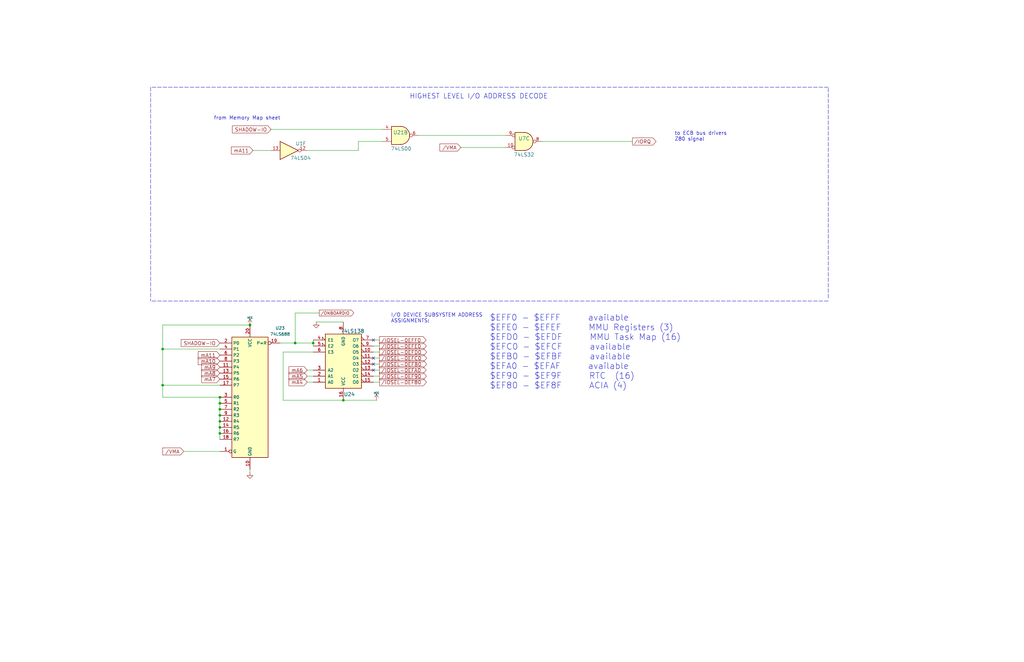
<source format=kicad_sch>
(kicad_sch
	(version 20250114)
	(generator "eeschema")
	(generator_version "9.0")
	(uuid "158081a6-a597-4050-b7f4-908c03f0a495")
	(paper "B")
	(title_block
		(title "6502PC")
		(date "2025-10-05")
		(rev "001")
		(comment 1 "https://github.com/danwerner21/6502PC")
		(comment 2 "Based on work by Andrew Lynch and John Coffman")
	)
	(lib_symbols
		(symbol "74xx:74LS00"
			(pin_names
				(offset 1.016)
			)
			(exclude_from_sim no)
			(in_bom yes)
			(on_board yes)
			(property "Reference" "U"
				(at 0 1.27 0)
				(effects
					(font
						(size 1.27 1.27)
					)
				)
			)
			(property "Value" "74LS00"
				(at 0 -1.27 0)
				(effects
					(font
						(size 1.27 1.27)
					)
				)
			)
			(property "Footprint" ""
				(at 0 0 0)
				(effects
					(font
						(size 1.27 1.27)
					)
					(hide yes)
				)
			)
			(property "Datasheet" "http://www.ti.com/lit/gpn/sn74ls00"
				(at 0 0 0)
				(effects
					(font
						(size 1.27 1.27)
					)
					(hide yes)
				)
			)
			(property "Description" "quad 2-input NAND gate"
				(at 0 0 0)
				(effects
					(font
						(size 1.27 1.27)
					)
					(hide yes)
				)
			)
			(property "ki_locked" ""
				(at 0 0 0)
				(effects
					(font
						(size 1.27 1.27)
					)
				)
			)
			(property "ki_keywords" "TTL nand 2-input"
				(at 0 0 0)
				(effects
					(font
						(size 1.27 1.27)
					)
					(hide yes)
				)
			)
			(property "ki_fp_filters" "DIP*W7.62mm* SO14*"
				(at 0 0 0)
				(effects
					(font
						(size 1.27 1.27)
					)
					(hide yes)
				)
			)
			(symbol "74LS00_1_1"
				(arc
					(start 0 3.81)
					(mid 3.7934 0)
					(end 0 -3.81)
					(stroke
						(width 0.254)
						(type default)
					)
					(fill
						(type background)
					)
				)
				(polyline
					(pts
						(xy 0 3.81) (xy -3.81 3.81) (xy -3.81 -3.81) (xy 0 -3.81)
					)
					(stroke
						(width 0.254)
						(type default)
					)
					(fill
						(type background)
					)
				)
				(pin input line
					(at -7.62 2.54 0)
					(length 3.81)
					(name "~"
						(effects
							(font
								(size 1.27 1.27)
							)
						)
					)
					(number "1"
						(effects
							(font
								(size 1.27 1.27)
							)
						)
					)
				)
				(pin input line
					(at -7.62 -2.54 0)
					(length 3.81)
					(name "~"
						(effects
							(font
								(size 1.27 1.27)
							)
						)
					)
					(number "2"
						(effects
							(font
								(size 1.27 1.27)
							)
						)
					)
				)
				(pin output inverted
					(at 7.62 0 180)
					(length 3.81)
					(name "~"
						(effects
							(font
								(size 1.27 1.27)
							)
						)
					)
					(number "3"
						(effects
							(font
								(size 1.27 1.27)
							)
						)
					)
				)
			)
			(symbol "74LS00_1_2"
				(arc
					(start -3.81 3.81)
					(mid -2.589 0)
					(end -3.81 -3.81)
					(stroke
						(width 0.254)
						(type default)
					)
					(fill
						(type none)
					)
				)
				(polyline
					(pts
						(xy -3.81 3.81) (xy -0.635 3.81)
					)
					(stroke
						(width 0.254)
						(type default)
					)
					(fill
						(type background)
					)
				)
				(polyline
					(pts
						(xy -3.81 -3.81) (xy -0.635 -3.81)
					)
					(stroke
						(width 0.254)
						(type default)
					)
					(fill
						(type background)
					)
				)
				(arc
					(start 3.81 0)
					(mid 2.1855 -2.584)
					(end -0.6096 -3.81)
					(stroke
						(width 0.254)
						(type default)
					)
					(fill
						(type background)
					)
				)
				(arc
					(start -0.6096 3.81)
					(mid 2.1928 2.5924)
					(end 3.81 0)
					(stroke
						(width 0.254)
						(type default)
					)
					(fill
						(type background)
					)
				)
				(polyline
					(pts
						(xy -0.635 3.81) (xy -3.81 3.81) (xy -3.81 3.81) (xy -3.556 3.4036) (xy -3.0226 2.2606) (xy -2.6924 1.0414)
						(xy -2.6162 -0.254) (xy -2.7686 -1.4986) (xy -3.175 -2.7178) (xy -3.81 -3.81) (xy -3.81 -3.81)
						(xy -0.635 -3.81)
					)
					(stroke
						(width -25.4)
						(type default)
					)
					(fill
						(type background)
					)
				)
				(pin input inverted
					(at -7.62 2.54 0)
					(length 4.318)
					(name "~"
						(effects
							(font
								(size 1.27 1.27)
							)
						)
					)
					(number "1"
						(effects
							(font
								(size 1.27 1.27)
							)
						)
					)
				)
				(pin input inverted
					(at -7.62 -2.54 0)
					(length 4.318)
					(name "~"
						(effects
							(font
								(size 1.27 1.27)
							)
						)
					)
					(number "2"
						(effects
							(font
								(size 1.27 1.27)
							)
						)
					)
				)
				(pin output line
					(at 7.62 0 180)
					(length 3.81)
					(name "~"
						(effects
							(font
								(size 1.27 1.27)
							)
						)
					)
					(number "3"
						(effects
							(font
								(size 1.27 1.27)
							)
						)
					)
				)
			)
			(symbol "74LS00_2_1"
				(arc
					(start 0 3.81)
					(mid 3.7934 0)
					(end 0 -3.81)
					(stroke
						(width 0.254)
						(type default)
					)
					(fill
						(type background)
					)
				)
				(polyline
					(pts
						(xy 0 3.81) (xy -3.81 3.81) (xy -3.81 -3.81) (xy 0 -3.81)
					)
					(stroke
						(width 0.254)
						(type default)
					)
					(fill
						(type background)
					)
				)
				(pin input line
					(at -7.62 2.54 0)
					(length 3.81)
					(name "~"
						(effects
							(font
								(size 1.27 1.27)
							)
						)
					)
					(number "4"
						(effects
							(font
								(size 1.27 1.27)
							)
						)
					)
				)
				(pin input line
					(at -7.62 -2.54 0)
					(length 3.81)
					(name "~"
						(effects
							(font
								(size 1.27 1.27)
							)
						)
					)
					(number "5"
						(effects
							(font
								(size 1.27 1.27)
							)
						)
					)
				)
				(pin output inverted
					(at 7.62 0 180)
					(length 3.81)
					(name "~"
						(effects
							(font
								(size 1.27 1.27)
							)
						)
					)
					(number "6"
						(effects
							(font
								(size 1.27 1.27)
							)
						)
					)
				)
			)
			(symbol "74LS00_2_2"
				(arc
					(start -3.81 3.81)
					(mid -2.589 0)
					(end -3.81 -3.81)
					(stroke
						(width 0.254)
						(type default)
					)
					(fill
						(type none)
					)
				)
				(polyline
					(pts
						(xy -3.81 3.81) (xy -0.635 3.81)
					)
					(stroke
						(width 0.254)
						(type default)
					)
					(fill
						(type background)
					)
				)
				(polyline
					(pts
						(xy -3.81 -3.81) (xy -0.635 -3.81)
					)
					(stroke
						(width 0.254)
						(type default)
					)
					(fill
						(type background)
					)
				)
				(arc
					(start 3.81 0)
					(mid 2.1855 -2.584)
					(end -0.6096 -3.81)
					(stroke
						(width 0.254)
						(type default)
					)
					(fill
						(type background)
					)
				)
				(arc
					(start -0.6096 3.81)
					(mid 2.1928 2.5924)
					(end 3.81 0)
					(stroke
						(width 0.254)
						(type default)
					)
					(fill
						(type background)
					)
				)
				(polyline
					(pts
						(xy -0.635 3.81) (xy -3.81 3.81) (xy -3.81 3.81) (xy -3.556 3.4036) (xy -3.0226 2.2606) (xy -2.6924 1.0414)
						(xy -2.6162 -0.254) (xy -2.7686 -1.4986) (xy -3.175 -2.7178) (xy -3.81 -3.81) (xy -3.81 -3.81)
						(xy -0.635 -3.81)
					)
					(stroke
						(width -25.4)
						(type default)
					)
					(fill
						(type background)
					)
				)
				(pin input inverted
					(at -7.62 2.54 0)
					(length 4.318)
					(name "~"
						(effects
							(font
								(size 1.27 1.27)
							)
						)
					)
					(number "4"
						(effects
							(font
								(size 1.27 1.27)
							)
						)
					)
				)
				(pin input inverted
					(at -7.62 -2.54 0)
					(length 4.318)
					(name "~"
						(effects
							(font
								(size 1.27 1.27)
							)
						)
					)
					(number "5"
						(effects
							(font
								(size 1.27 1.27)
							)
						)
					)
				)
				(pin output line
					(at 7.62 0 180)
					(length 3.81)
					(name "~"
						(effects
							(font
								(size 1.27 1.27)
							)
						)
					)
					(number "6"
						(effects
							(font
								(size 1.27 1.27)
							)
						)
					)
				)
			)
			(symbol "74LS00_3_1"
				(arc
					(start 0 3.81)
					(mid 3.7934 0)
					(end 0 -3.81)
					(stroke
						(width 0.254)
						(type default)
					)
					(fill
						(type background)
					)
				)
				(polyline
					(pts
						(xy 0 3.81) (xy -3.81 3.81) (xy -3.81 -3.81) (xy 0 -3.81)
					)
					(stroke
						(width 0.254)
						(type default)
					)
					(fill
						(type background)
					)
				)
				(pin input line
					(at -7.62 2.54 0)
					(length 3.81)
					(name "~"
						(effects
							(font
								(size 1.27 1.27)
							)
						)
					)
					(number "9"
						(effects
							(font
								(size 1.27 1.27)
							)
						)
					)
				)
				(pin input line
					(at -7.62 -2.54 0)
					(length 3.81)
					(name "~"
						(effects
							(font
								(size 1.27 1.27)
							)
						)
					)
					(number "10"
						(effects
							(font
								(size 1.27 1.27)
							)
						)
					)
				)
				(pin output inverted
					(at 7.62 0 180)
					(length 3.81)
					(name "~"
						(effects
							(font
								(size 1.27 1.27)
							)
						)
					)
					(number "8"
						(effects
							(font
								(size 1.27 1.27)
							)
						)
					)
				)
			)
			(symbol "74LS00_3_2"
				(arc
					(start -3.81 3.81)
					(mid -2.589 0)
					(end -3.81 -3.81)
					(stroke
						(width 0.254)
						(type default)
					)
					(fill
						(type none)
					)
				)
				(polyline
					(pts
						(xy -3.81 3.81) (xy -0.635 3.81)
					)
					(stroke
						(width 0.254)
						(type default)
					)
					(fill
						(type background)
					)
				)
				(polyline
					(pts
						(xy -3.81 -3.81) (xy -0.635 -3.81)
					)
					(stroke
						(width 0.254)
						(type default)
					)
					(fill
						(type background)
					)
				)
				(arc
					(start 3.81 0)
					(mid 2.1855 -2.584)
					(end -0.6096 -3.81)
					(stroke
						(width 0.254)
						(type default)
					)
					(fill
						(type background)
					)
				)
				(arc
					(start -0.6096 3.81)
					(mid 2.1928 2.5924)
					(end 3.81 0)
					(stroke
						(width 0.254)
						(type default)
					)
					(fill
						(type background)
					)
				)
				(polyline
					(pts
						(xy -0.635 3.81) (xy -3.81 3.81) (xy -3.81 3.81) (xy -3.556 3.4036) (xy -3.0226 2.2606) (xy -2.6924 1.0414)
						(xy -2.6162 -0.254) (xy -2.7686 -1.4986) (xy -3.175 -2.7178) (xy -3.81 -3.81) (xy -3.81 -3.81)
						(xy -0.635 -3.81)
					)
					(stroke
						(width -25.4)
						(type default)
					)
					(fill
						(type background)
					)
				)
				(pin input inverted
					(at -7.62 2.54 0)
					(length 4.318)
					(name "~"
						(effects
							(font
								(size 1.27 1.27)
							)
						)
					)
					(number "9"
						(effects
							(font
								(size 1.27 1.27)
							)
						)
					)
				)
				(pin input inverted
					(at -7.62 -2.54 0)
					(length 4.318)
					(name "~"
						(effects
							(font
								(size 1.27 1.27)
							)
						)
					)
					(number "10"
						(effects
							(font
								(size 1.27 1.27)
							)
						)
					)
				)
				(pin output line
					(at 7.62 0 180)
					(length 3.81)
					(name "~"
						(effects
							(font
								(size 1.27 1.27)
							)
						)
					)
					(number "8"
						(effects
							(font
								(size 1.27 1.27)
							)
						)
					)
				)
			)
			(symbol "74LS00_4_1"
				(arc
					(start 0 3.81)
					(mid 3.7934 0)
					(end 0 -3.81)
					(stroke
						(width 0.254)
						(type default)
					)
					(fill
						(type background)
					)
				)
				(polyline
					(pts
						(xy 0 3.81) (xy -3.81 3.81) (xy -3.81 -3.81) (xy 0 -3.81)
					)
					(stroke
						(width 0.254)
						(type default)
					)
					(fill
						(type background)
					)
				)
				(pin input line
					(at -7.62 2.54 0)
					(length 3.81)
					(name "~"
						(effects
							(font
								(size 1.27 1.27)
							)
						)
					)
					(number "12"
						(effects
							(font
								(size 1.27 1.27)
							)
						)
					)
				)
				(pin input line
					(at -7.62 -2.54 0)
					(length 3.81)
					(name "~"
						(effects
							(font
								(size 1.27 1.27)
							)
						)
					)
					(number "13"
						(effects
							(font
								(size 1.27 1.27)
							)
						)
					)
				)
				(pin output inverted
					(at 7.62 0 180)
					(length 3.81)
					(name "~"
						(effects
							(font
								(size 1.27 1.27)
							)
						)
					)
					(number "11"
						(effects
							(font
								(size 1.27 1.27)
							)
						)
					)
				)
			)
			(symbol "74LS00_4_2"
				(arc
					(start -3.81 3.81)
					(mid -2.589 0)
					(end -3.81 -3.81)
					(stroke
						(width 0.254)
						(type default)
					)
					(fill
						(type none)
					)
				)
				(polyline
					(pts
						(xy -3.81 3.81) (xy -0.635 3.81)
					)
					(stroke
						(width 0.254)
						(type default)
					)
					(fill
						(type background)
					)
				)
				(polyline
					(pts
						(xy -3.81 -3.81) (xy -0.635 -3.81)
					)
					(stroke
						(width 0.254)
						(type default)
					)
					(fill
						(type background)
					)
				)
				(arc
					(start 3.81 0)
					(mid 2.1855 -2.584)
					(end -0.6096 -3.81)
					(stroke
						(width 0.254)
						(type default)
					)
					(fill
						(type background)
					)
				)
				(arc
					(start -0.6096 3.81)
					(mid 2.1928 2.5924)
					(end 3.81 0)
					(stroke
						(width 0.254)
						(type default)
					)
					(fill
						(type background)
					)
				)
				(polyline
					(pts
						(xy -0.635 3.81) (xy -3.81 3.81) (xy -3.81 3.81) (xy -3.556 3.4036) (xy -3.0226 2.2606) (xy -2.6924 1.0414)
						(xy -2.6162 -0.254) (xy -2.7686 -1.4986) (xy -3.175 -2.7178) (xy -3.81 -3.81) (xy -3.81 -3.81)
						(xy -0.635 -3.81)
					)
					(stroke
						(width -25.4)
						(type default)
					)
					(fill
						(type background)
					)
				)
				(pin input inverted
					(at -7.62 2.54 0)
					(length 4.318)
					(name "~"
						(effects
							(font
								(size 1.27 1.27)
							)
						)
					)
					(number "12"
						(effects
							(font
								(size 1.27 1.27)
							)
						)
					)
				)
				(pin input inverted
					(at -7.62 -2.54 0)
					(length 4.318)
					(name "~"
						(effects
							(font
								(size 1.27 1.27)
							)
						)
					)
					(number "13"
						(effects
							(font
								(size 1.27 1.27)
							)
						)
					)
				)
				(pin output line
					(at 7.62 0 180)
					(length 3.81)
					(name "~"
						(effects
							(font
								(size 1.27 1.27)
							)
						)
					)
					(number "11"
						(effects
							(font
								(size 1.27 1.27)
							)
						)
					)
				)
			)
			(symbol "74LS00_5_0"
				(pin power_in line
					(at 0 12.7 270)
					(length 5.08)
					(name "VCC"
						(effects
							(font
								(size 1.27 1.27)
							)
						)
					)
					(number "14"
						(effects
							(font
								(size 1.27 1.27)
							)
						)
					)
				)
				(pin power_in line
					(at 0 -12.7 90)
					(length 5.08)
					(name "GND"
						(effects
							(font
								(size 1.27 1.27)
							)
						)
					)
					(number "7"
						(effects
							(font
								(size 1.27 1.27)
							)
						)
					)
				)
			)
			(symbol "74LS00_5_1"
				(rectangle
					(start -5.08 7.62)
					(end 5.08 -7.62)
					(stroke
						(width 0.254)
						(type default)
					)
					(fill
						(type background)
					)
				)
			)
			(embedded_fonts no)
		)
		(symbol "74xx:74LS04"
			(exclude_from_sim no)
			(in_bom yes)
			(on_board yes)
			(property "Reference" "U"
				(at 0 1.27 0)
				(effects
					(font
						(size 1.27 1.27)
					)
				)
			)
			(property "Value" "74LS04"
				(at 0 -1.27 0)
				(effects
					(font
						(size 1.27 1.27)
					)
				)
			)
			(property "Footprint" ""
				(at 0 0 0)
				(effects
					(font
						(size 1.27 1.27)
					)
					(hide yes)
				)
			)
			(property "Datasheet" "http://www.ti.com/lit/gpn/sn74LS04"
				(at 0 0 0)
				(effects
					(font
						(size 1.27 1.27)
					)
					(hide yes)
				)
			)
			(property "Description" "Hex Inverter"
				(at 0 0 0)
				(effects
					(font
						(size 1.27 1.27)
					)
					(hide yes)
				)
			)
			(property "ki_locked" ""
				(at 0 0 0)
				(effects
					(font
						(size 1.27 1.27)
					)
				)
			)
			(property "ki_keywords" "TTL not inv"
				(at 0 0 0)
				(effects
					(font
						(size 1.27 1.27)
					)
					(hide yes)
				)
			)
			(property "ki_fp_filters" "DIP*W7.62mm* SSOP?14* TSSOP?14*"
				(at 0 0 0)
				(effects
					(font
						(size 1.27 1.27)
					)
					(hide yes)
				)
			)
			(symbol "74LS04_1_0"
				(polyline
					(pts
						(xy -3.81 3.81) (xy -3.81 -3.81) (xy 3.81 0) (xy -3.81 3.81)
					)
					(stroke
						(width 0.254)
						(type default)
					)
					(fill
						(type background)
					)
				)
				(pin input line
					(at -7.62 0 0)
					(length 3.81)
					(name "~"
						(effects
							(font
								(size 1.27 1.27)
							)
						)
					)
					(number "1"
						(effects
							(font
								(size 1.27 1.27)
							)
						)
					)
				)
				(pin output inverted
					(at 7.62 0 180)
					(length 3.81)
					(name "~"
						(effects
							(font
								(size 1.27 1.27)
							)
						)
					)
					(number "2"
						(effects
							(font
								(size 1.27 1.27)
							)
						)
					)
				)
			)
			(symbol "74LS04_2_0"
				(polyline
					(pts
						(xy -3.81 3.81) (xy -3.81 -3.81) (xy 3.81 0) (xy -3.81 3.81)
					)
					(stroke
						(width 0.254)
						(type default)
					)
					(fill
						(type background)
					)
				)
				(pin input line
					(at -7.62 0 0)
					(length 3.81)
					(name "~"
						(effects
							(font
								(size 1.27 1.27)
							)
						)
					)
					(number "3"
						(effects
							(font
								(size 1.27 1.27)
							)
						)
					)
				)
				(pin output inverted
					(at 7.62 0 180)
					(length 3.81)
					(name "~"
						(effects
							(font
								(size 1.27 1.27)
							)
						)
					)
					(number "4"
						(effects
							(font
								(size 1.27 1.27)
							)
						)
					)
				)
			)
			(symbol "74LS04_3_0"
				(polyline
					(pts
						(xy -3.81 3.81) (xy -3.81 -3.81) (xy 3.81 0) (xy -3.81 3.81)
					)
					(stroke
						(width 0.254)
						(type default)
					)
					(fill
						(type background)
					)
				)
				(pin input line
					(at -7.62 0 0)
					(length 3.81)
					(name "~"
						(effects
							(font
								(size 1.27 1.27)
							)
						)
					)
					(number "5"
						(effects
							(font
								(size 1.27 1.27)
							)
						)
					)
				)
				(pin output inverted
					(at 7.62 0 180)
					(length 3.81)
					(name "~"
						(effects
							(font
								(size 1.27 1.27)
							)
						)
					)
					(number "6"
						(effects
							(font
								(size 1.27 1.27)
							)
						)
					)
				)
			)
			(symbol "74LS04_4_0"
				(polyline
					(pts
						(xy -3.81 3.81) (xy -3.81 -3.81) (xy 3.81 0) (xy -3.81 3.81)
					)
					(stroke
						(width 0.254)
						(type default)
					)
					(fill
						(type background)
					)
				)
				(pin input line
					(at -7.62 0 0)
					(length 3.81)
					(name "~"
						(effects
							(font
								(size 1.27 1.27)
							)
						)
					)
					(number "9"
						(effects
							(font
								(size 1.27 1.27)
							)
						)
					)
				)
				(pin output inverted
					(at 7.62 0 180)
					(length 3.81)
					(name "~"
						(effects
							(font
								(size 1.27 1.27)
							)
						)
					)
					(number "8"
						(effects
							(font
								(size 1.27 1.27)
							)
						)
					)
				)
			)
			(symbol "74LS04_5_0"
				(polyline
					(pts
						(xy -3.81 3.81) (xy -3.81 -3.81) (xy 3.81 0) (xy -3.81 3.81)
					)
					(stroke
						(width 0.254)
						(type default)
					)
					(fill
						(type background)
					)
				)
				(pin input line
					(at -7.62 0 0)
					(length 3.81)
					(name "~"
						(effects
							(font
								(size 1.27 1.27)
							)
						)
					)
					(number "11"
						(effects
							(font
								(size 1.27 1.27)
							)
						)
					)
				)
				(pin output inverted
					(at 7.62 0 180)
					(length 3.81)
					(name "~"
						(effects
							(font
								(size 1.27 1.27)
							)
						)
					)
					(number "10"
						(effects
							(font
								(size 1.27 1.27)
							)
						)
					)
				)
			)
			(symbol "74LS04_6_0"
				(polyline
					(pts
						(xy -3.81 3.81) (xy -3.81 -3.81) (xy 3.81 0) (xy -3.81 3.81)
					)
					(stroke
						(width 0.254)
						(type default)
					)
					(fill
						(type background)
					)
				)
				(pin input line
					(at -7.62 0 0)
					(length 3.81)
					(name "~"
						(effects
							(font
								(size 1.27 1.27)
							)
						)
					)
					(number "13"
						(effects
							(font
								(size 1.27 1.27)
							)
						)
					)
				)
				(pin output inverted
					(at 7.62 0 180)
					(length 3.81)
					(name "~"
						(effects
							(font
								(size 1.27 1.27)
							)
						)
					)
					(number "12"
						(effects
							(font
								(size 1.27 1.27)
							)
						)
					)
				)
			)
			(symbol "74LS04_7_0"
				(pin power_in line
					(at 0 12.7 270)
					(length 5.08)
					(name "VCC"
						(effects
							(font
								(size 1.27 1.27)
							)
						)
					)
					(number "14"
						(effects
							(font
								(size 1.27 1.27)
							)
						)
					)
				)
				(pin power_in line
					(at 0 -12.7 90)
					(length 5.08)
					(name "GND"
						(effects
							(font
								(size 1.27 1.27)
							)
						)
					)
					(number "7"
						(effects
							(font
								(size 1.27 1.27)
							)
						)
					)
				)
			)
			(symbol "74LS04_7_1"
				(rectangle
					(start -5.08 7.62)
					(end 5.08 -7.62)
					(stroke
						(width 0.254)
						(type default)
					)
					(fill
						(type background)
					)
				)
			)
			(embedded_fonts no)
		)
		(symbol "74xx:74LS138"
			(pin_names
				(offset 1.016)
			)
			(exclude_from_sim no)
			(in_bom yes)
			(on_board yes)
			(property "Reference" "U"
				(at -7.62 11.43 0)
				(effects
					(font
						(size 1.27 1.27)
					)
				)
			)
			(property "Value" "74LS138"
				(at -7.62 -13.97 0)
				(effects
					(font
						(size 1.27 1.27)
					)
				)
			)
			(property "Footprint" ""
				(at 0 0 0)
				(effects
					(font
						(size 1.27 1.27)
					)
					(hide yes)
				)
			)
			(property "Datasheet" "http://www.ti.com/lit/gpn/sn74LS138"
				(at 0 0 0)
				(effects
					(font
						(size 1.27 1.27)
					)
					(hide yes)
				)
			)
			(property "Description" "Decoder 3 to 8 active low outputs"
				(at 0 0 0)
				(effects
					(font
						(size 1.27 1.27)
					)
					(hide yes)
				)
			)
			(property "ki_locked" ""
				(at 0 0 0)
				(effects
					(font
						(size 1.27 1.27)
					)
				)
			)
			(property "ki_keywords" "TTL DECOD DECOD8"
				(at 0 0 0)
				(effects
					(font
						(size 1.27 1.27)
					)
					(hide yes)
				)
			)
			(property "ki_fp_filters" "DIP?16*"
				(at 0 0 0)
				(effects
					(font
						(size 1.27 1.27)
					)
					(hide yes)
				)
			)
			(symbol "74LS138_1_0"
				(pin input line
					(at -12.7 7.62 0)
					(length 5.08)
					(name "A0"
						(effects
							(font
								(size 1.27 1.27)
							)
						)
					)
					(number "1"
						(effects
							(font
								(size 1.27 1.27)
							)
						)
					)
				)
				(pin input line
					(at -12.7 5.08 0)
					(length 5.08)
					(name "A1"
						(effects
							(font
								(size 1.27 1.27)
							)
						)
					)
					(number "2"
						(effects
							(font
								(size 1.27 1.27)
							)
						)
					)
				)
				(pin input line
					(at -12.7 2.54 0)
					(length 5.08)
					(name "A2"
						(effects
							(font
								(size 1.27 1.27)
							)
						)
					)
					(number "3"
						(effects
							(font
								(size 1.27 1.27)
							)
						)
					)
				)
				(pin input line
					(at -12.7 -5.08 0)
					(length 5.08)
					(name "E3"
						(effects
							(font
								(size 1.27 1.27)
							)
						)
					)
					(number "6"
						(effects
							(font
								(size 1.27 1.27)
							)
						)
					)
				)
				(pin input input_low
					(at -12.7 -7.62 0)
					(length 5.08)
					(name "E2"
						(effects
							(font
								(size 1.27 1.27)
							)
						)
					)
					(number "5"
						(effects
							(font
								(size 1.27 1.27)
							)
						)
					)
				)
				(pin input input_low
					(at -12.7 -10.16 0)
					(length 5.08)
					(name "E1"
						(effects
							(font
								(size 1.27 1.27)
							)
						)
					)
					(number "4"
						(effects
							(font
								(size 1.27 1.27)
							)
						)
					)
				)
				(pin power_in line
					(at 0 15.24 270)
					(length 5.08)
					(name "VCC"
						(effects
							(font
								(size 1.27 1.27)
							)
						)
					)
					(number "16"
						(effects
							(font
								(size 1.27 1.27)
							)
						)
					)
				)
				(pin power_in line
					(at 0 -17.78 90)
					(length 5.08)
					(name "GND"
						(effects
							(font
								(size 1.27 1.27)
							)
						)
					)
					(number "8"
						(effects
							(font
								(size 1.27 1.27)
							)
						)
					)
				)
				(pin output output_low
					(at 12.7 7.62 180)
					(length 5.08)
					(name "O0"
						(effects
							(font
								(size 1.27 1.27)
							)
						)
					)
					(number "15"
						(effects
							(font
								(size 1.27 1.27)
							)
						)
					)
				)
				(pin output output_low
					(at 12.7 5.08 180)
					(length 5.08)
					(name "O1"
						(effects
							(font
								(size 1.27 1.27)
							)
						)
					)
					(number "14"
						(effects
							(font
								(size 1.27 1.27)
							)
						)
					)
				)
				(pin output output_low
					(at 12.7 2.54 180)
					(length 5.08)
					(name "O2"
						(effects
							(font
								(size 1.27 1.27)
							)
						)
					)
					(number "13"
						(effects
							(font
								(size 1.27 1.27)
							)
						)
					)
				)
				(pin output output_low
					(at 12.7 0 180)
					(length 5.08)
					(name "O3"
						(effects
							(font
								(size 1.27 1.27)
							)
						)
					)
					(number "12"
						(effects
							(font
								(size 1.27 1.27)
							)
						)
					)
				)
				(pin output output_low
					(at 12.7 -2.54 180)
					(length 5.08)
					(name "O4"
						(effects
							(font
								(size 1.27 1.27)
							)
						)
					)
					(number "11"
						(effects
							(font
								(size 1.27 1.27)
							)
						)
					)
				)
				(pin output output_low
					(at 12.7 -5.08 180)
					(length 5.08)
					(name "O5"
						(effects
							(font
								(size 1.27 1.27)
							)
						)
					)
					(number "10"
						(effects
							(font
								(size 1.27 1.27)
							)
						)
					)
				)
				(pin output output_low
					(at 12.7 -7.62 180)
					(length 5.08)
					(name "O6"
						(effects
							(font
								(size 1.27 1.27)
							)
						)
					)
					(number "9"
						(effects
							(font
								(size 1.27 1.27)
							)
						)
					)
				)
				(pin output output_low
					(at 12.7 -10.16 180)
					(length 5.08)
					(name "O7"
						(effects
							(font
								(size 1.27 1.27)
							)
						)
					)
					(number "7"
						(effects
							(font
								(size 1.27 1.27)
							)
						)
					)
				)
			)
			(symbol "74LS138_1_1"
				(rectangle
					(start -7.62 10.16)
					(end 7.62 -12.7)
					(stroke
						(width 0.254)
						(type default)
					)
					(fill
						(type background)
					)
				)
			)
			(embedded_fonts no)
		)
		(symbol "74xx:74LS32"
			(pin_names
				(offset 1.016)
			)
			(exclude_from_sim no)
			(in_bom yes)
			(on_board yes)
			(property "Reference" "U"
				(at 0 1.27 0)
				(effects
					(font
						(size 1.27 1.27)
					)
				)
			)
			(property "Value" "74LS32"
				(at 0 -1.27 0)
				(effects
					(font
						(size 1.27 1.27)
					)
				)
			)
			(property "Footprint" ""
				(at 0 0 0)
				(effects
					(font
						(size 1.27 1.27)
					)
					(hide yes)
				)
			)
			(property "Datasheet" "http://www.ti.com/lit/gpn/sn74LS32"
				(at 0 0 0)
				(effects
					(font
						(size 1.27 1.27)
					)
					(hide yes)
				)
			)
			(property "Description" "Quad 2-input OR"
				(at 0 0 0)
				(effects
					(font
						(size 1.27 1.27)
					)
					(hide yes)
				)
			)
			(property "ki_locked" ""
				(at 0 0 0)
				(effects
					(font
						(size 1.27 1.27)
					)
				)
			)
			(property "ki_keywords" "TTL Or2"
				(at 0 0 0)
				(effects
					(font
						(size 1.27 1.27)
					)
					(hide yes)
				)
			)
			(property "ki_fp_filters" "DIP?14*"
				(at 0 0 0)
				(effects
					(font
						(size 1.27 1.27)
					)
					(hide yes)
				)
			)
			(symbol "74LS32_1_1"
				(arc
					(start -3.81 3.81)
					(mid -2.589 0)
					(end -3.81 -3.81)
					(stroke
						(width 0.254)
						(type default)
					)
					(fill
						(type none)
					)
				)
				(polyline
					(pts
						(xy -3.81 3.81) (xy -0.635 3.81)
					)
					(stroke
						(width 0.254)
						(type default)
					)
					(fill
						(type background)
					)
				)
				(polyline
					(pts
						(xy -3.81 -3.81) (xy -0.635 -3.81)
					)
					(stroke
						(width 0.254)
						(type default)
					)
					(fill
						(type background)
					)
				)
				(arc
					(start 3.81 0)
					(mid 2.1855 -2.584)
					(end -0.6096 -3.81)
					(stroke
						(width 0.254)
						(type default)
					)
					(fill
						(type background)
					)
				)
				(arc
					(start -0.6096 3.81)
					(mid 2.1928 2.5924)
					(end 3.81 0)
					(stroke
						(width 0.254)
						(type default)
					)
					(fill
						(type background)
					)
				)
				(polyline
					(pts
						(xy -0.635 3.81) (xy -3.81 3.81) (xy -3.81 3.81) (xy -3.556 3.4036) (xy -3.0226 2.2606) (xy -2.6924 1.0414)
						(xy -2.6162 -0.254) (xy -2.7686 -1.4986) (xy -3.175 -2.7178) (xy -3.81 -3.81) (xy -3.81 -3.81)
						(xy -0.635 -3.81)
					)
					(stroke
						(width -25.4)
						(type default)
					)
					(fill
						(type background)
					)
				)
				(pin input line
					(at -7.62 2.54 0)
					(length 4.318)
					(name "~"
						(effects
							(font
								(size 1.27 1.27)
							)
						)
					)
					(number "1"
						(effects
							(font
								(size 1.27 1.27)
							)
						)
					)
				)
				(pin input line
					(at -7.62 -2.54 0)
					(length 4.318)
					(name "~"
						(effects
							(font
								(size 1.27 1.27)
							)
						)
					)
					(number "2"
						(effects
							(font
								(size 1.27 1.27)
							)
						)
					)
				)
				(pin output line
					(at 7.62 0 180)
					(length 3.81)
					(name "~"
						(effects
							(font
								(size 1.27 1.27)
							)
						)
					)
					(number "3"
						(effects
							(font
								(size 1.27 1.27)
							)
						)
					)
				)
			)
			(symbol "74LS32_1_2"
				(arc
					(start 0 3.81)
					(mid 3.7934 0)
					(end 0 -3.81)
					(stroke
						(width 0.254)
						(type default)
					)
					(fill
						(type background)
					)
				)
				(polyline
					(pts
						(xy 0 3.81) (xy -3.81 3.81) (xy -3.81 -3.81) (xy 0 -3.81)
					)
					(stroke
						(width 0.254)
						(type default)
					)
					(fill
						(type background)
					)
				)
				(pin input inverted
					(at -7.62 2.54 0)
					(length 3.81)
					(name "~"
						(effects
							(font
								(size 1.27 1.27)
							)
						)
					)
					(number "1"
						(effects
							(font
								(size 1.27 1.27)
							)
						)
					)
				)
				(pin input inverted
					(at -7.62 -2.54 0)
					(length 3.81)
					(name "~"
						(effects
							(font
								(size 1.27 1.27)
							)
						)
					)
					(number "2"
						(effects
							(font
								(size 1.27 1.27)
							)
						)
					)
				)
				(pin output inverted
					(at 7.62 0 180)
					(length 3.81)
					(name "~"
						(effects
							(font
								(size 1.27 1.27)
							)
						)
					)
					(number "3"
						(effects
							(font
								(size 1.27 1.27)
							)
						)
					)
				)
			)
			(symbol "74LS32_2_1"
				(arc
					(start -3.81 3.81)
					(mid -2.589 0)
					(end -3.81 -3.81)
					(stroke
						(width 0.254)
						(type default)
					)
					(fill
						(type none)
					)
				)
				(polyline
					(pts
						(xy -3.81 3.81) (xy -0.635 3.81)
					)
					(stroke
						(width 0.254)
						(type default)
					)
					(fill
						(type background)
					)
				)
				(polyline
					(pts
						(xy -3.81 -3.81) (xy -0.635 -3.81)
					)
					(stroke
						(width 0.254)
						(type default)
					)
					(fill
						(type background)
					)
				)
				(arc
					(start 3.81 0)
					(mid 2.1855 -2.584)
					(end -0.6096 -3.81)
					(stroke
						(width 0.254)
						(type default)
					)
					(fill
						(type background)
					)
				)
				(arc
					(start -0.6096 3.81)
					(mid 2.1928 2.5924)
					(end 3.81 0)
					(stroke
						(width 0.254)
						(type default)
					)
					(fill
						(type background)
					)
				)
				(polyline
					(pts
						(xy -0.635 3.81) (xy -3.81 3.81) (xy -3.81 3.81) (xy -3.556 3.4036) (xy -3.0226 2.2606) (xy -2.6924 1.0414)
						(xy -2.6162 -0.254) (xy -2.7686 -1.4986) (xy -3.175 -2.7178) (xy -3.81 -3.81) (xy -3.81 -3.81)
						(xy -0.635 -3.81)
					)
					(stroke
						(width -25.4)
						(type default)
					)
					(fill
						(type background)
					)
				)
				(pin input line
					(at -7.62 2.54 0)
					(length 4.318)
					(name "~"
						(effects
							(font
								(size 1.27 1.27)
							)
						)
					)
					(number "4"
						(effects
							(font
								(size 1.27 1.27)
							)
						)
					)
				)
				(pin input line
					(at -7.62 -2.54 0)
					(length 4.318)
					(name "~"
						(effects
							(font
								(size 1.27 1.27)
							)
						)
					)
					(number "5"
						(effects
							(font
								(size 1.27 1.27)
							)
						)
					)
				)
				(pin output line
					(at 7.62 0 180)
					(length 3.81)
					(name "~"
						(effects
							(font
								(size 1.27 1.27)
							)
						)
					)
					(number "6"
						(effects
							(font
								(size 1.27 1.27)
							)
						)
					)
				)
			)
			(symbol "74LS32_2_2"
				(arc
					(start 0 3.81)
					(mid 3.7934 0)
					(end 0 -3.81)
					(stroke
						(width 0.254)
						(type default)
					)
					(fill
						(type background)
					)
				)
				(polyline
					(pts
						(xy 0 3.81) (xy -3.81 3.81) (xy -3.81 -3.81) (xy 0 -3.81)
					)
					(stroke
						(width 0.254)
						(type default)
					)
					(fill
						(type background)
					)
				)
				(pin input inverted
					(at -7.62 2.54 0)
					(length 3.81)
					(name "~"
						(effects
							(font
								(size 1.27 1.27)
							)
						)
					)
					(number "4"
						(effects
							(font
								(size 1.27 1.27)
							)
						)
					)
				)
				(pin input inverted
					(at -7.62 -2.54 0)
					(length 3.81)
					(name "~"
						(effects
							(font
								(size 1.27 1.27)
							)
						)
					)
					(number "5"
						(effects
							(font
								(size 1.27 1.27)
							)
						)
					)
				)
				(pin output inverted
					(at 7.62 0 180)
					(length 3.81)
					(name "~"
						(effects
							(font
								(size 1.27 1.27)
							)
						)
					)
					(number "6"
						(effects
							(font
								(size 1.27 1.27)
							)
						)
					)
				)
			)
			(symbol "74LS32_3_1"
				(arc
					(start -3.81 3.81)
					(mid -2.589 0)
					(end -3.81 -3.81)
					(stroke
						(width 0.254)
						(type default)
					)
					(fill
						(type none)
					)
				)
				(polyline
					(pts
						(xy -3.81 3.81) (xy -0.635 3.81)
					)
					(stroke
						(width 0.254)
						(type default)
					)
					(fill
						(type background)
					)
				)
				(polyline
					(pts
						(xy -3.81 -3.81) (xy -0.635 -3.81)
					)
					(stroke
						(width 0.254)
						(type default)
					)
					(fill
						(type background)
					)
				)
				(arc
					(start 3.81 0)
					(mid 2.1855 -2.584)
					(end -0.6096 -3.81)
					(stroke
						(width 0.254)
						(type default)
					)
					(fill
						(type background)
					)
				)
				(arc
					(start -0.6096 3.81)
					(mid 2.1928 2.5924)
					(end 3.81 0)
					(stroke
						(width 0.254)
						(type default)
					)
					(fill
						(type background)
					)
				)
				(polyline
					(pts
						(xy -0.635 3.81) (xy -3.81 3.81) (xy -3.81 3.81) (xy -3.556 3.4036) (xy -3.0226 2.2606) (xy -2.6924 1.0414)
						(xy -2.6162 -0.254) (xy -2.7686 -1.4986) (xy -3.175 -2.7178) (xy -3.81 -3.81) (xy -3.81 -3.81)
						(xy -0.635 -3.81)
					)
					(stroke
						(width -25.4)
						(type default)
					)
					(fill
						(type background)
					)
				)
				(pin input line
					(at -7.62 2.54 0)
					(length 4.318)
					(name "~"
						(effects
							(font
								(size 1.27 1.27)
							)
						)
					)
					(number "9"
						(effects
							(font
								(size 1.27 1.27)
							)
						)
					)
				)
				(pin input line
					(at -7.62 -2.54 0)
					(length 4.318)
					(name "~"
						(effects
							(font
								(size 1.27 1.27)
							)
						)
					)
					(number "10"
						(effects
							(font
								(size 1.27 1.27)
							)
						)
					)
				)
				(pin output line
					(at 7.62 0 180)
					(length 3.81)
					(name "~"
						(effects
							(font
								(size 1.27 1.27)
							)
						)
					)
					(number "8"
						(effects
							(font
								(size 1.27 1.27)
							)
						)
					)
				)
			)
			(symbol "74LS32_3_2"
				(arc
					(start 0 3.81)
					(mid 3.7934 0)
					(end 0 -3.81)
					(stroke
						(width 0.254)
						(type default)
					)
					(fill
						(type background)
					)
				)
				(polyline
					(pts
						(xy 0 3.81) (xy -3.81 3.81) (xy -3.81 -3.81) (xy 0 -3.81)
					)
					(stroke
						(width 0.254)
						(type default)
					)
					(fill
						(type background)
					)
				)
				(pin input inverted
					(at -7.62 2.54 0)
					(length 3.81)
					(name "~"
						(effects
							(font
								(size 1.27 1.27)
							)
						)
					)
					(number "9"
						(effects
							(font
								(size 1.27 1.27)
							)
						)
					)
				)
				(pin input inverted
					(at -7.62 -2.54 0)
					(length 3.81)
					(name "~"
						(effects
							(font
								(size 1.27 1.27)
							)
						)
					)
					(number "10"
						(effects
							(font
								(size 1.27 1.27)
							)
						)
					)
				)
				(pin output inverted
					(at 7.62 0 180)
					(length 3.81)
					(name "~"
						(effects
							(font
								(size 1.27 1.27)
							)
						)
					)
					(number "8"
						(effects
							(font
								(size 1.27 1.27)
							)
						)
					)
				)
			)
			(symbol "74LS32_4_1"
				(arc
					(start -3.81 3.81)
					(mid -2.589 0)
					(end -3.81 -3.81)
					(stroke
						(width 0.254)
						(type default)
					)
					(fill
						(type none)
					)
				)
				(polyline
					(pts
						(xy -3.81 3.81) (xy -0.635 3.81)
					)
					(stroke
						(width 0.254)
						(type default)
					)
					(fill
						(type background)
					)
				)
				(polyline
					(pts
						(xy -3.81 -3.81) (xy -0.635 -3.81)
					)
					(stroke
						(width 0.254)
						(type default)
					)
					(fill
						(type background)
					)
				)
				(arc
					(start 3.81 0)
					(mid 2.1855 -2.584)
					(end -0.6096 -3.81)
					(stroke
						(width 0.254)
						(type default)
					)
					(fill
						(type background)
					)
				)
				(arc
					(start -0.6096 3.81)
					(mid 2.1928 2.5924)
					(end 3.81 0)
					(stroke
						(width 0.254)
						(type default)
					)
					(fill
						(type background)
					)
				)
				(polyline
					(pts
						(xy -0.635 3.81) (xy -3.81 3.81) (xy -3.81 3.81) (xy -3.556 3.4036) (xy -3.0226 2.2606) (xy -2.6924 1.0414)
						(xy -2.6162 -0.254) (xy -2.7686 -1.4986) (xy -3.175 -2.7178) (xy -3.81 -3.81) (xy -3.81 -3.81)
						(xy -0.635 -3.81)
					)
					(stroke
						(width -25.4)
						(type default)
					)
					(fill
						(type background)
					)
				)
				(pin input line
					(at -7.62 2.54 0)
					(length 4.318)
					(name "~"
						(effects
							(font
								(size 1.27 1.27)
							)
						)
					)
					(number "12"
						(effects
							(font
								(size 1.27 1.27)
							)
						)
					)
				)
				(pin input line
					(at -7.62 -2.54 0)
					(length 4.318)
					(name "~"
						(effects
							(font
								(size 1.27 1.27)
							)
						)
					)
					(number "13"
						(effects
							(font
								(size 1.27 1.27)
							)
						)
					)
				)
				(pin output line
					(at 7.62 0 180)
					(length 3.81)
					(name "~"
						(effects
							(font
								(size 1.27 1.27)
							)
						)
					)
					(number "11"
						(effects
							(font
								(size 1.27 1.27)
							)
						)
					)
				)
			)
			(symbol "74LS32_4_2"
				(arc
					(start 0 3.81)
					(mid 3.7934 0)
					(end 0 -3.81)
					(stroke
						(width 0.254)
						(type default)
					)
					(fill
						(type background)
					)
				)
				(polyline
					(pts
						(xy 0 3.81) (xy -3.81 3.81) (xy -3.81 -3.81) (xy 0 -3.81)
					)
					(stroke
						(width 0.254)
						(type default)
					)
					(fill
						(type background)
					)
				)
				(pin input inverted
					(at -7.62 2.54 0)
					(length 3.81)
					(name "~"
						(effects
							(font
								(size 1.27 1.27)
							)
						)
					)
					(number "12"
						(effects
							(font
								(size 1.27 1.27)
							)
						)
					)
				)
				(pin input inverted
					(at -7.62 -2.54 0)
					(length 3.81)
					(name "~"
						(effects
							(font
								(size 1.27 1.27)
							)
						)
					)
					(number "13"
						(effects
							(font
								(size 1.27 1.27)
							)
						)
					)
				)
				(pin output inverted
					(at 7.62 0 180)
					(length 3.81)
					(name "~"
						(effects
							(font
								(size 1.27 1.27)
							)
						)
					)
					(number "11"
						(effects
							(font
								(size 1.27 1.27)
							)
						)
					)
				)
			)
			(symbol "74LS32_5_0"
				(pin power_in line
					(at 0 12.7 270)
					(length 5.08)
					(name "VCC"
						(effects
							(font
								(size 1.27 1.27)
							)
						)
					)
					(number "14"
						(effects
							(font
								(size 1.27 1.27)
							)
						)
					)
				)
				(pin power_in line
					(at 0 -12.7 90)
					(length 5.08)
					(name "GND"
						(effects
							(font
								(size 1.27 1.27)
							)
						)
					)
					(number "7"
						(effects
							(font
								(size 1.27 1.27)
							)
						)
					)
				)
			)
			(symbol "74LS32_5_1"
				(rectangle
					(start -5.08 7.62)
					(end 5.08 -7.62)
					(stroke
						(width 0.254)
						(type default)
					)
					(fill
						(type background)
					)
				)
			)
			(embedded_fonts no)
		)
		(symbol "74xx:74LS688"
			(exclude_from_sim no)
			(in_bom yes)
			(on_board yes)
			(property "Reference" "U"
				(at -7.62 26.67 0)
				(effects
					(font
						(size 1.27 1.27)
					)
				)
			)
			(property "Value" "74LS688"
				(at -7.62 -26.67 0)
				(effects
					(font
						(size 1.27 1.27)
					)
				)
			)
			(property "Footprint" ""
				(at 0 0 0)
				(effects
					(font
						(size 1.27 1.27)
					)
					(hide yes)
				)
			)
			(property "Datasheet" "http://www.ti.com/lit/gpn/sn74LS688"
				(at 0 0 0)
				(effects
					(font
						(size 1.27 1.27)
					)
					(hide yes)
				)
			)
			(property "Description" "8-bit magnitude comparator"
				(at 0 0 0)
				(effects
					(font
						(size 1.27 1.27)
					)
					(hide yes)
				)
			)
			(property "ki_keywords" "TTL DECOD Arith"
				(at 0 0 0)
				(effects
					(font
						(size 1.27 1.27)
					)
					(hide yes)
				)
			)
			(property "ki_fp_filters" "DIP?20* SOIC?20* SO?20* TSSOP?20*"
				(at 0 0 0)
				(effects
					(font
						(size 1.27 1.27)
					)
					(hide yes)
				)
			)
			(symbol "74LS688_1_0"
				(pin input line
					(at -12.7 22.86 0)
					(length 5.08)
					(name "P0"
						(effects
							(font
								(size 1.27 1.27)
							)
						)
					)
					(number "2"
						(effects
							(font
								(size 1.27 1.27)
							)
						)
					)
				)
				(pin input line
					(at -12.7 20.32 0)
					(length 5.08)
					(name "P1"
						(effects
							(font
								(size 1.27 1.27)
							)
						)
					)
					(number "4"
						(effects
							(font
								(size 1.27 1.27)
							)
						)
					)
				)
				(pin input line
					(at -12.7 17.78 0)
					(length 5.08)
					(name "P2"
						(effects
							(font
								(size 1.27 1.27)
							)
						)
					)
					(number "6"
						(effects
							(font
								(size 1.27 1.27)
							)
						)
					)
				)
				(pin input line
					(at -12.7 15.24 0)
					(length 5.08)
					(name "P3"
						(effects
							(font
								(size 1.27 1.27)
							)
						)
					)
					(number "8"
						(effects
							(font
								(size 1.27 1.27)
							)
						)
					)
				)
				(pin input line
					(at -12.7 12.7 0)
					(length 5.08)
					(name "P4"
						(effects
							(font
								(size 1.27 1.27)
							)
						)
					)
					(number "11"
						(effects
							(font
								(size 1.27 1.27)
							)
						)
					)
				)
				(pin input line
					(at -12.7 10.16 0)
					(length 5.08)
					(name "P5"
						(effects
							(font
								(size 1.27 1.27)
							)
						)
					)
					(number "13"
						(effects
							(font
								(size 1.27 1.27)
							)
						)
					)
				)
				(pin input line
					(at -12.7 7.62 0)
					(length 5.08)
					(name "P6"
						(effects
							(font
								(size 1.27 1.27)
							)
						)
					)
					(number "15"
						(effects
							(font
								(size 1.27 1.27)
							)
						)
					)
				)
				(pin input line
					(at -12.7 5.08 0)
					(length 5.08)
					(name "P7"
						(effects
							(font
								(size 1.27 1.27)
							)
						)
					)
					(number "17"
						(effects
							(font
								(size 1.27 1.27)
							)
						)
					)
				)
				(pin input line
					(at -12.7 0 0)
					(length 5.08)
					(name "R0"
						(effects
							(font
								(size 1.27 1.27)
							)
						)
					)
					(number "3"
						(effects
							(font
								(size 1.27 1.27)
							)
						)
					)
				)
				(pin input line
					(at -12.7 -2.54 0)
					(length 5.08)
					(name "R1"
						(effects
							(font
								(size 1.27 1.27)
							)
						)
					)
					(number "5"
						(effects
							(font
								(size 1.27 1.27)
							)
						)
					)
				)
				(pin input line
					(at -12.7 -5.08 0)
					(length 5.08)
					(name "R2"
						(effects
							(font
								(size 1.27 1.27)
							)
						)
					)
					(number "7"
						(effects
							(font
								(size 1.27 1.27)
							)
						)
					)
				)
				(pin input line
					(at -12.7 -7.62 0)
					(length 5.08)
					(name "R3"
						(effects
							(font
								(size 1.27 1.27)
							)
						)
					)
					(number "9"
						(effects
							(font
								(size 1.27 1.27)
							)
						)
					)
				)
				(pin input line
					(at -12.7 -10.16 0)
					(length 5.08)
					(name "R4"
						(effects
							(font
								(size 1.27 1.27)
							)
						)
					)
					(number "12"
						(effects
							(font
								(size 1.27 1.27)
							)
						)
					)
				)
				(pin input line
					(at -12.7 -12.7 0)
					(length 5.08)
					(name "R5"
						(effects
							(font
								(size 1.27 1.27)
							)
						)
					)
					(number "14"
						(effects
							(font
								(size 1.27 1.27)
							)
						)
					)
				)
				(pin input line
					(at -12.7 -15.24 0)
					(length 5.08)
					(name "R6"
						(effects
							(font
								(size 1.27 1.27)
							)
						)
					)
					(number "16"
						(effects
							(font
								(size 1.27 1.27)
							)
						)
					)
				)
				(pin input line
					(at -12.7 -17.78 0)
					(length 5.08)
					(name "R7"
						(effects
							(font
								(size 1.27 1.27)
							)
						)
					)
					(number "18"
						(effects
							(font
								(size 1.27 1.27)
							)
						)
					)
				)
				(pin input inverted
					(at -12.7 -22.86 0)
					(length 5.08)
					(name "G"
						(effects
							(font
								(size 1.27 1.27)
							)
						)
					)
					(number "1"
						(effects
							(font
								(size 1.27 1.27)
							)
						)
					)
				)
				(pin power_in line
					(at 0 30.48 270)
					(length 5.08)
					(name "VCC"
						(effects
							(font
								(size 1.27 1.27)
							)
						)
					)
					(number "20"
						(effects
							(font
								(size 1.27 1.27)
							)
						)
					)
				)
				(pin power_in line
					(at 0 -30.48 90)
					(length 5.08)
					(name "GND"
						(effects
							(font
								(size 1.27 1.27)
							)
						)
					)
					(number "10"
						(effects
							(font
								(size 1.27 1.27)
							)
						)
					)
				)
				(pin output inverted
					(at 12.7 22.86 180)
					(length 5.08)
					(name "P=R"
						(effects
							(font
								(size 1.27 1.27)
							)
						)
					)
					(number "19"
						(effects
							(font
								(size 1.27 1.27)
							)
						)
					)
				)
			)
			(symbol "74LS688_1_1"
				(rectangle
					(start -7.62 25.4)
					(end 7.62 -25.4)
					(stroke
						(width 0.254)
						(type default)
					)
					(fill
						(type background)
					)
				)
			)
			(embedded_fonts no)
		)
		(symbol "power:GND"
			(power)
			(pin_numbers
				(hide yes)
			)
			(pin_names
				(offset 0)
				(hide yes)
			)
			(exclude_from_sim no)
			(in_bom yes)
			(on_board yes)
			(property "Reference" "#PWR"
				(at 0 -6.35 0)
				(effects
					(font
						(size 1.27 1.27)
					)
					(hide yes)
				)
			)
			(property "Value" "GND"
				(at 0 -3.81 0)
				(effects
					(font
						(size 1.27 1.27)
					)
				)
			)
			(property "Footprint" ""
				(at 0 0 0)
				(effects
					(font
						(size 1.27 1.27)
					)
					(hide yes)
				)
			)
			(property "Datasheet" ""
				(at 0 0 0)
				(effects
					(font
						(size 1.27 1.27)
					)
					(hide yes)
				)
			)
			(property "Description" "Power symbol creates a global label with name \"GND\" , ground"
				(at 0 0 0)
				(effects
					(font
						(size 1.27 1.27)
					)
					(hide yes)
				)
			)
			(property "ki_keywords" "global power"
				(at 0 0 0)
				(effects
					(font
						(size 1.27 1.27)
					)
					(hide yes)
				)
			)
			(symbol "GND_0_1"
				(polyline
					(pts
						(xy 0 0) (xy 0 -1.27) (xy 1.27 -1.27) (xy 0 -2.54) (xy -1.27 -1.27) (xy 0 -1.27)
					)
					(stroke
						(width 0)
						(type default)
					)
					(fill
						(type none)
					)
				)
			)
			(symbol "GND_1_1"
				(pin power_in line
					(at 0 0 270)
					(length 0)
					(name "~"
						(effects
							(font
								(size 1.27 1.27)
							)
						)
					)
					(number "1"
						(effects
							(font
								(size 1.27 1.27)
							)
						)
					)
				)
			)
			(embedded_fonts no)
		)
		(symbol "power:VCC"
			(power)
			(pin_numbers
				(hide yes)
			)
			(pin_names
				(offset 0)
				(hide yes)
			)
			(exclude_from_sim no)
			(in_bom yes)
			(on_board yes)
			(property "Reference" "#PWR"
				(at 0 -3.81 0)
				(effects
					(font
						(size 1.27 1.27)
					)
					(hide yes)
				)
			)
			(property "Value" "VCC"
				(at 0 3.556 0)
				(effects
					(font
						(size 1.27 1.27)
					)
				)
			)
			(property "Footprint" ""
				(at 0 0 0)
				(effects
					(font
						(size 1.27 1.27)
					)
					(hide yes)
				)
			)
			(property "Datasheet" ""
				(at 0 0 0)
				(effects
					(font
						(size 1.27 1.27)
					)
					(hide yes)
				)
			)
			(property "Description" "Power symbol creates a global label with name \"VCC\""
				(at 0 0 0)
				(effects
					(font
						(size 1.27 1.27)
					)
					(hide yes)
				)
			)
			(property "ki_keywords" "global power"
				(at 0 0 0)
				(effects
					(font
						(size 1.27 1.27)
					)
					(hide yes)
				)
			)
			(symbol "VCC_0_1"
				(polyline
					(pts
						(xy -0.762 1.27) (xy 0 2.54)
					)
					(stroke
						(width 0)
						(type default)
					)
					(fill
						(type none)
					)
				)
				(polyline
					(pts
						(xy 0 2.54) (xy 0.762 1.27)
					)
					(stroke
						(width 0)
						(type default)
					)
					(fill
						(type none)
					)
				)
				(polyline
					(pts
						(xy 0 0) (xy 0 2.54)
					)
					(stroke
						(width 0)
						(type default)
					)
					(fill
						(type none)
					)
				)
			)
			(symbol "VCC_1_1"
				(pin power_in line
					(at 0 0 90)
					(length 0)
					(name "~"
						(effects
							(font
								(size 1.27 1.27)
							)
						)
					)
					(number "1"
						(effects
							(font
								(size 1.27 1.27)
							)
						)
					)
				)
			)
			(embedded_fonts no)
		)
	)
	(text "to ECB bus drivers\nZ80 signal"
		(exclude_from_sim no)
		(at 284.48 59.69 0)
		(effects
			(font
				(size 1.524 1.524)
			)
			(justify left bottom)
		)
		(uuid "3d06e5a4-f196-47dc-a2ef-93264c77a3fc")
	)
	(text "HIGHEST LEVEL I/O ADDRESS DECODE"
		(exclude_from_sim no)
		(at 172.72 41.91 0)
		(effects
			(font
				(size 2.032 2.032)
			)
			(justify left bottom)
		)
		(uuid "91767365-2885-4481-862b-400e78576391")
	)
	(text "$EFF0 - $EFFF      available\n$EFE0 - $EFEF      MMU Registers (3)\n$EFD0 - $EFDF      MMU Task Map (16)\n$EFC0 - $EFCF      available\n$EFB0 - $EFBF      available\n$EFA0 - $EFAF      available\n$EF90 - $EF9F      RTC  (16)\n$EF80 - $EF8F      ACIA (4)"
		(exclude_from_sim no)
		(at 206.502 164.338 0)
		(effects
			(font
				(size 2.54 2.54)
			)
			(justify left bottom)
		)
		(uuid "babdc628-da54-4c26-9c46-29dc61587414")
	)
	(text "from Memory Map sheet"
		(exclude_from_sim no)
		(at 90.17 50.8 0)
		(effects
			(font
				(size 1.524 1.524)
			)
			(justify left bottom)
		)
		(uuid "c95205eb-de87-4eda-9c5b-256e628a5fdc")
	)
	(text "I/O DEVICE SUBSYSTEM ADDRESS\nASSIGNMENTS:"
		(exclude_from_sim no)
		(at 164.846 136.398 0)
		(effects
			(font
				(size 1.524 1.524)
			)
			(justify left bottom)
		)
		(uuid "cd2185fa-2462-48cd-a73d-c5be3ff39241")
	)
	(junction
		(at 132.08 144.78)
		(diameter 0)
		(color 0 0 0 0)
		(uuid "03d51339-5646-4a01-b2db-d3f7040d89db")
	)
	(junction
		(at 92.71 180.34)
		(diameter 0)
		(color 0 0 0 0)
		(uuid "44f85829-8fdc-4db1-b09a-56746e8f85bb")
	)
	(junction
		(at 92.71 167.64)
		(diameter 0)
		(color 0 0 0 0)
		(uuid "5070ce9e-8eda-49a5-b338-ae8a31dd66dd")
	)
	(junction
		(at 144.78 168.91)
		(diameter 0)
		(color 0 0 0 0)
		(uuid "74cc035e-18ed-412b-be2d-3b5a6bbc4c99")
	)
	(junction
		(at 92.71 170.18)
		(diameter 0)
		(color 0 0 0 0)
		(uuid "754dc81f-88b1-46cd-8374-234793f70fd7")
	)
	(junction
		(at 68.58 147.32)
		(diameter 0)
		(color 0 0 0 0)
		(uuid "7dbfae84-7a02-4cf9-929a-bbcdb8e707bc")
	)
	(junction
		(at 68.58 162.56)
		(diameter 0)
		(color 0 0 0 0)
		(uuid "8c404f73-f703-4aca-a743-b0efdba1232c")
	)
	(junction
		(at 92.71 172.72)
		(diameter 0)
		(color 0 0 0 0)
		(uuid "995f8911-eaa6-4bee-8099-778ea3a08616")
	)
	(junction
		(at 92.71 182.88)
		(diameter 0)
		(color 0 0 0 0)
		(uuid "b56d3d5f-f037-4a4f-956e-2c2f17e9903f")
	)
	(junction
		(at 105.41 137.16)
		(diameter 0)
		(color 0 0 0 0)
		(uuid "badf6cb2-2de4-46d5-a1c6-a93934909f83")
	)
	(junction
		(at 92.71 177.8)
		(diameter 0)
		(color 0 0 0 0)
		(uuid "c8f861cb-7cd4-4376-aef2-8fb73a289295")
	)
	(junction
		(at 124.46 144.78)
		(diameter 0)
		(color 0 0 0 0)
		(uuid "f3570e00-d0ff-48c4-a362-520780fff620")
	)
	(junction
		(at 92.71 175.26)
		(diameter 0)
		(color 0 0 0 0)
		(uuid "fb656ee8-6d6f-4051-990a-a6d3737ec42a")
	)
	(no_connect
		(at 157.48 151.13)
		(uuid "0d3111fa-f824-45dd-9670-02b93ab5c259")
	)
	(no_connect
		(at 157.48 143.51)
		(uuid "7d7ce1e8-3358-4201-b2bd-1c24c88605d3")
	)
	(no_connect
		(at 157.48 156.21)
		(uuid "bf24e0f3-d066-479d-8ecd-747bc5f34b0e")
	)
	(no_connect
		(at 157.48 153.67)
		(uuid "e286f314-7085-4960-a4ca-9f776e586c80")
	)
	(polyline
		(pts
			(xy 349.25 127) (xy 63.5 127)
		)
		(stroke
			(width 0)
			(type dash)
		)
		(uuid "03049559-27b0-42fb-8f40-5f23488dbf00")
	)
	(wire
		(pts
			(xy 114.3 54.61) (xy 161.29 54.61)
		)
		(stroke
			(width 0)
			(type default)
		)
		(uuid "041a0fe7-737f-4e8d-8e40-8e342c6779be")
	)
	(wire
		(pts
			(xy 68.58 147.32) (xy 68.58 137.16)
		)
		(stroke
			(width 0)
			(type default)
		)
		(uuid "050223df-a1be-4638-ac9a-269967589536")
	)
	(wire
		(pts
			(xy 105.41 198.12) (xy 105.41 199.39)
		)
		(stroke
			(width 0)
			(type default)
		)
		(uuid "05b741e7-1af3-4963-9574-28c53b7b1962")
	)
	(wire
		(pts
			(xy 129.54 156.21) (xy 132.08 156.21)
		)
		(stroke
			(width 0)
			(type default)
		)
		(uuid "0db83f25-6af1-4831-9473-ea2712a86274")
	)
	(polyline
		(pts
			(xy 349.25 36.83) (xy 63.5 36.83)
		)
		(stroke
			(width 0)
			(type dash)
		)
		(uuid "10770137-7eb3-43b2-81e5-866bc0c7d1f2")
	)
	(wire
		(pts
			(xy 228.6 59.69) (xy 266.7 59.69)
		)
		(stroke
			(width 0)
			(type default)
		)
		(uuid "10ee1836-9825-4b4e-8a48-ca8d1222821d")
	)
	(wire
		(pts
			(xy 68.58 137.16) (xy 105.41 137.16)
		)
		(stroke
			(width 0)
			(type default)
		)
		(uuid "118c1072-b78f-4f75-87aa-fa2052bae77b")
	)
	(wire
		(pts
			(xy 68.58 147.32) (xy 92.71 147.32)
		)
		(stroke
			(width 0)
			(type default)
		)
		(uuid "14a0c297-0aa5-43fc-a8e9-b8a9e744d633")
	)
	(wire
		(pts
			(xy 129.54 158.75) (xy 132.08 158.75)
		)
		(stroke
			(width 0)
			(type default)
		)
		(uuid "16b7a67c-37a7-476d-b3f0-fd0943baa14e")
	)
	(wire
		(pts
			(xy 144.78 168.91) (xy 158.75 168.91)
		)
		(stroke
			(width 0)
			(type default)
		)
		(uuid "1c1d1b84-9419-4851-a672-ad3e3a29fca3")
	)
	(wire
		(pts
			(xy 119.38 168.91) (xy 144.78 168.91)
		)
		(stroke
			(width 0)
			(type default)
		)
		(uuid "1dcd220f-a321-4968-98ac-5bd911b7c35a")
	)
	(wire
		(pts
			(xy 132.08 144.78) (xy 132.08 146.05)
		)
		(stroke
			(width 0)
			(type default)
		)
		(uuid "2081cd44-2295-4ee8-a9d6-18ff9e0ec222")
	)
	(wire
		(pts
			(xy 92.71 182.88) (xy 92.71 185.42)
		)
		(stroke
			(width 0)
			(type default)
		)
		(uuid "2ad08f7c-b167-45f0-b478-6c42131d5107")
	)
	(wire
		(pts
			(xy 157.48 148.59) (xy 160.02 148.59)
		)
		(stroke
			(width 0)
			(type default)
		)
		(uuid "2f4722eb-c7af-49c7-8f80-4ee8e893e7c6")
	)
	(polyline
		(pts
			(xy 349.25 125.73) (xy 349.25 36.83)
		)
		(stroke
			(width 0)
			(type dash)
		)
		(uuid "36b9dee4-d3d7-4fd6-9e91-7d33cbaa2507")
	)
	(wire
		(pts
			(xy 151.13 59.69) (xy 161.29 59.69)
		)
		(stroke
			(width 0)
			(type default)
		)
		(uuid "410d7552-4375-49a2-80da-bc68d22b16ae")
	)
	(wire
		(pts
			(xy 157.48 158.75) (xy 160.02 158.75)
		)
		(stroke
			(width 0)
			(type default)
		)
		(uuid "49fcd3b2-421d-4f2c-868e-bfd5356cd624")
	)
	(wire
		(pts
			(xy 129.54 161.29) (xy 132.08 161.29)
		)
		(stroke
			(width 0)
			(type default)
		)
		(uuid "4b098756-dd7a-4618-ac55-35318c4202c9")
	)
	(wire
		(pts
			(xy 157.48 151.13) (xy 160.02 151.13)
		)
		(stroke
			(width 0)
			(type default)
		)
		(uuid "55a09084-a811-4ff4-a343-651e516a769f")
	)
	(wire
		(pts
			(xy 157.48 161.29) (xy 160.02 161.29)
		)
		(stroke
			(width 0)
			(type default)
		)
		(uuid "5dc09f97-e4d7-4b96-9843-6763f736da58")
	)
	(wire
		(pts
			(xy 118.11 144.78) (xy 124.46 144.78)
		)
		(stroke
			(width 0)
			(type default)
		)
		(uuid "5ff6b28f-aa09-49ae-ae29-bb07822e2a80")
	)
	(wire
		(pts
			(xy 132.08 143.51) (xy 132.08 144.78)
		)
		(stroke
			(width 0)
			(type default)
		)
		(uuid "62805607-b710-412e-bf10-78f5caf18316")
	)
	(wire
		(pts
			(xy 92.71 172.72) (xy 92.71 175.26)
		)
		(stroke
			(width 0)
			(type default)
		)
		(uuid "64e1d691-a42d-4ea6-9ef9-d214d95ae104")
	)
	(wire
		(pts
			(xy 124.46 144.78) (xy 124.46 132.08)
		)
		(stroke
			(width 0)
			(type default)
		)
		(uuid "6b7b896f-99a1-43fc-8d20-1c0e091651a8")
	)
	(wire
		(pts
			(xy 77.47 190.5) (xy 92.71 190.5)
		)
		(stroke
			(width 0)
			(type default)
		)
		(uuid "6cf8344d-e389-46b2-8897-f50f8bd494a0")
	)
	(wire
		(pts
			(xy 119.38 148.59) (xy 119.38 168.91)
		)
		(stroke
			(width 0)
			(type default)
		)
		(uuid "736391f4-0db3-4f5e-9499-3a09e9009189")
	)
	(wire
		(pts
			(xy 129.54 63.5) (xy 151.13 63.5)
		)
		(stroke
			(width 0)
			(type default)
		)
		(uuid "7a3a9277-0b5b-449e-aef3-4d30a8c13417")
	)
	(wire
		(pts
			(xy 157.48 146.05) (xy 160.02 146.05)
		)
		(stroke
			(width 0)
			(type default)
		)
		(uuid "7f496964-2a27-4a3d-9b6d-afd119f86d23")
	)
	(wire
		(pts
			(xy 157.48 143.51) (xy 160.02 143.51)
		)
		(stroke
			(width 0)
			(type default)
		)
		(uuid "85f3deb8-a359-48e0-b73a-a1e10600c051")
	)
	(polyline
		(pts
			(xy 63.5 36.83) (xy 63.5 127)
		)
		(stroke
			(width 0)
			(type dash)
		)
		(uuid "9537ff27-8fee-4d20-a9de-b2a7cec83610")
	)
	(wire
		(pts
			(xy 157.48 156.21) (xy 160.02 156.21)
		)
		(stroke
			(width 0)
			(type default)
		)
		(uuid "9e611d5e-fb27-4107-b673-957feca2cf99")
	)
	(wire
		(pts
			(xy 124.46 132.08) (xy 134.62 132.08)
		)
		(stroke
			(width 0)
			(type default)
		)
		(uuid "a60eca99-b32f-4bc6-831c-51ebfed6263d")
	)
	(wire
		(pts
			(xy 157.48 153.67) (xy 160.02 153.67)
		)
		(stroke
			(width 0)
			(type default)
		)
		(uuid "a8077856-3579-417c-8283-9eec5966d925")
	)
	(wire
		(pts
			(xy 68.58 167.64) (xy 92.71 167.64)
		)
		(stroke
			(width 0)
			(type default)
		)
		(uuid "a97d1302-c8c9-4453-96bb-e5e95ada909b")
	)
	(wire
		(pts
			(xy 92.71 177.8) (xy 92.71 180.34)
		)
		(stroke
			(width 0)
			(type default)
		)
		(uuid "adb9e4c7-3829-4379-a98d-15762d41d892")
	)
	(wire
		(pts
			(xy 92.71 180.34) (xy 92.71 182.88)
		)
		(stroke
			(width 0)
			(type default)
		)
		(uuid "afd3dac6-93e2-4361-9d2e-f3163125fe0a")
	)
	(wire
		(pts
			(xy 68.58 162.56) (xy 92.71 162.56)
		)
		(stroke
			(width 0)
			(type default)
		)
		(uuid "bd71e6c5-eefc-48d8-84b0-72eae64671cf")
	)
	(wire
		(pts
			(xy 92.71 170.18) (xy 92.71 172.72)
		)
		(stroke
			(width 0)
			(type default)
		)
		(uuid "d220e7da-cc98-46e4-b115-69dd29ffdb62")
	)
	(wire
		(pts
			(xy 119.38 148.59) (xy 132.08 148.59)
		)
		(stroke
			(width 0)
			(type default)
		)
		(uuid "d390b5a5-36c5-41a9-b8fc-5ef973fd946a")
	)
	(wire
		(pts
			(xy 124.46 144.78) (xy 132.08 144.78)
		)
		(stroke
			(width 0)
			(type default)
		)
		(uuid "d9e23320-af2e-462c-b138-aad9ea70ca86")
	)
	(wire
		(pts
			(xy 194.31 62.23) (xy 213.36 62.23)
		)
		(stroke
			(width 0)
			(type default)
		)
		(uuid "daa2b22e-0a01-49db-b306-beeda0f5d229")
	)
	(wire
		(pts
			(xy 92.71 175.26) (xy 92.71 177.8)
		)
		(stroke
			(width 0)
			(type default)
		)
		(uuid "dd54edf1-1a2d-4df1-8ff8-1bd435927a8a")
	)
	(wire
		(pts
			(xy 92.71 167.64) (xy 92.71 170.18)
		)
		(stroke
			(width 0)
			(type default)
		)
		(uuid "dde5a42b-59a4-4779-8d31-60b946a7dae2")
	)
	(wire
		(pts
			(xy 68.58 167.64) (xy 68.58 162.56)
		)
		(stroke
			(width 0)
			(type default)
		)
		(uuid "e4117965-00eb-4019-98b6-35a122190809")
	)
	(wire
		(pts
			(xy 151.13 63.5) (xy 151.13 59.69)
		)
		(stroke
			(width 0)
			(type default)
		)
		(uuid "e684c7d5-d31a-4c63-92ec-cf207a3e6b31")
	)
	(wire
		(pts
			(xy 68.58 162.56) (xy 68.58 147.32)
		)
		(stroke
			(width 0)
			(type default)
		)
		(uuid "e785efb1-188d-4de8-a5e0-13a6f254a9c6")
	)
	(wire
		(pts
			(xy 176.53 57.15) (xy 213.36 57.15)
		)
		(stroke
			(width 0)
			(type default)
		)
		(uuid "ec5d0bec-4d15-44ab-bd24-cfc68a333522")
	)
	(wire
		(pts
			(xy 106.68 63.5) (xy 114.3 63.5)
		)
		(stroke
			(width 0)
			(type default)
		)
		(uuid "ee69a4dc-6d9d-4aac-ae0a-576ae9215a35")
	)
	(wire
		(pts
			(xy 133.35 135.89) (xy 144.78 135.89)
		)
		(stroke
			(width 0)
			(type default)
		)
		(uuid "f7214ae9-0449-4a03-9775-a82bac075c08")
	)
	(global_label "mA11"
		(shape input)
		(at 92.71 149.86 180)
		(effects
			(font
				(size 1.524 1.524)
			)
			(justify right)
		)
		(uuid "14c7ce77-7376-4b55-a3f7-a98bf3770d87")
		(property "Intersheetrefs" "${INTERSHEET_REFS}"
			(at 92.71 149.86 0)
			(effects
				(font
					(size 1.27 1.27)
				)
				(hide yes)
			)
		)
	)
	(global_label "{slash}IOSEL-0EFA0"
		(shape output)
		(at 160.02 156.21 0)
		(effects
			(font
				(size 1.524 1.524)
			)
			(justify left)
		)
		(uuid "1d433f37-8cfa-4512-8c97-1cdec63f2c42")
		(property "Intersheetrefs" "${INTERSHEET_REFS}"
			(at 160.02 156.21 0)
			(effects
				(font
					(size 1.27 1.27)
				)
				(hide yes)
			)
		)
	)
	(global_label "mA10"
		(shape input)
		(at 92.71 152.4 180)
		(effects
			(font
				(size 1.524 1.524)
			)
			(justify right)
		)
		(uuid "309fdd29-6d90-4379-bdc2-1cc66f4bfcf8")
		(property "Intersheetrefs" "${INTERSHEET_REFS}"
			(at 92.71 152.4 0)
			(effects
				(font
					(size 1.27 1.27)
				)
				(hide yes)
			)
		)
	)
	(global_label "mA8"
		(shape input)
		(at 92.71 157.48 180)
		(effects
			(font
				(size 1.524 1.524)
			)
			(justify right)
		)
		(uuid "319bb2d3-10f1-4168-8631-3298c9acc23e")
		(property "Intersheetrefs" "${INTERSHEET_REFS}"
			(at 92.71 157.48 0)
			(effects
				(font
					(size 1.27 1.27)
				)
				(hide yes)
			)
		)
	)
	(global_label "{slash}IOSEL-0EFF0"
		(shape output)
		(at 160.02 143.51 0)
		(effects
			(font
				(size 1.524 1.524)
			)
			(justify left)
		)
		(uuid "335bf6c2-5acc-4261-b01d-03c216b8966f")
		(property "Intersheetrefs" "${INTERSHEET_REFS}"
			(at 160.02 143.51 0)
			(effects
				(font
					(size 1.27 1.27)
				)
				(hide yes)
			)
		)
	)
	(global_label "{slash}IOSEL-0EFE0"
		(shape output)
		(at 160.02 146.05 0)
		(effects
			(font
				(size 1.524 1.524)
			)
			(justify left)
		)
		(uuid "42b4be41-0305-4b45-ac34-00ec8fa886d9")
		(property "Intersheetrefs" "${INTERSHEET_REFS}"
			(at 160.02 146.05 0)
			(effects
				(font
					(size 1.27 1.27)
				)
				(hide yes)
			)
		)
	)
	(global_label "mA11"
		(shape input)
		(at 106.68 63.5 180)
		(effects
			(font
				(size 1.524 1.524)
			)
			(justify right)
		)
		(uuid "5a36da17-7c27-40ce-8f47-a4ece89e6727")
		(property "Intersheetrefs" "${INTERSHEET_REFS}"
			(at 106.68 63.5 0)
			(effects
				(font
					(size 1.27 1.27)
				)
				(hide yes)
			)
		)
	)
	(global_label "/VMA"
		(shape input)
		(at 77.47 190.5 180)
		(effects
			(font
				(size 1.524 1.524)
			)
			(justify right)
		)
		(uuid "5d4c778d-4c7c-4aaf-9a80-f741fd45b6db")
		(property "Intersheetrefs" "${INTERSHEET_REFS}"
			(at 77.47 190.5 0)
			(effects
				(font
					(size 1.27 1.27)
				)
				(hide yes)
			)
		)
	)
	(global_label "mA5"
		(shape input)
		(at 129.54 158.75 180)
		(effects
			(font
				(size 1.524 1.524)
			)
			(justify right)
		)
		(uuid "60027d40-940a-41af-9196-eeddc0ce46c0")
		(property "Intersheetrefs" "${INTERSHEET_REFS}"
			(at 129.54 158.75 0)
			(effects
				(font
					(size 1.27 1.27)
				)
				(hide yes)
			)
		)
	)
	(global_label "{slash}ONBOARDIO"
		(shape output)
		(at 134.62 132.08 0)
		(fields_autoplaced yes)
		(effects
			(font
				(size 1.27 1.27)
			)
			(justify left)
		)
		(uuid "61fca8c7-ae8d-4b14-9def-d98a39a22079")
		(property "Intersheetrefs" "${INTERSHEET_REFS}"
			(at 149.1069 132.08 0)
			(effects
				(font
					(size 1.27 1.27)
				)
				(justify left)
				(hide yes)
			)
		)
	)
	(global_label "mA6"
		(shape input)
		(at 129.54 156.21 180)
		(effects
			(font
				(size 1.524 1.524)
			)
			(justify right)
		)
		(uuid "803db7ae-b194-4bc4-b399-a7bc1ac3e429")
		(property "Intersheetrefs" "${INTERSHEET_REFS}"
			(at 129.54 156.21 0)
			(effects
				(font
					(size 1.27 1.27)
				)
				(hide yes)
			)
		)
	)
	(global_label "/VMA"
		(shape input)
		(at 194.31 62.23 180)
		(effects
			(font
				(size 1.524 1.524)
			)
			(justify right)
		)
		(uuid "8e318392-a264-4a41-ba36-130a56004b50")
		(property "Intersheetrefs" "${INTERSHEET_REFS}"
			(at 194.31 62.23 0)
			(effects
				(font
					(size 1.27 1.27)
				)
				(hide yes)
			)
		)
	)
	(global_label "{slash}IOSEL-0EFC0"
		(shape output)
		(at 160.02 151.13 0)
		(effects
			(font
				(size 1.524 1.524)
			)
			(justify left)
		)
		(uuid "93581e90-702a-4daf-a163-4fdaa22b99e4")
		(property "Intersheetrefs" "${INTERSHEET_REFS}"
			(at 160.02 151.13 0)
			(effects
				(font
					(size 1.27 1.27)
				)
				(hide yes)
			)
		)
	)
	(global_label "{slash}IOSEL-0EFB0"
		(shape output)
		(at 160.02 153.67 0)
		(effects
			(font
				(size 1.524 1.524)
			)
			(justify left)
		)
		(uuid "9c304567-2c19-4022-aa98-b977c8e4e7c0")
		(property "Intersheetrefs" "${INTERSHEET_REFS}"
			(at 160.02 153.67 0)
			(effects
				(font
					(size 1.27 1.27)
				)
				(hide yes)
			)
		)
	)
	(global_label "{slash}IOSEL-0EF80"
		(shape output)
		(at 160.02 161.29 0)
		(effects
			(font
				(size 1.524 1.524)
			)
			(justify left)
		)
		(uuid "a46caa87-cb63-43cd-a2b0-0806aaef9891")
		(property "Intersheetrefs" "${INTERSHEET_REFS}"
			(at 160.02 161.29 0)
			(effects
				(font
					(size 1.27 1.27)
				)
				(hide yes)
			)
		)
	)
	(global_label "mA4"
		(shape input)
		(at 129.54 161.29 180)
		(effects
			(font
				(size 1.524 1.524)
			)
			(justify right)
		)
		(uuid "a8bea53f-7a1e-4fbf-abd9-f51c6baa89f6")
		(property "Intersheetrefs" "${INTERSHEET_REFS}"
			(at 129.54 161.29 0)
			(effects
				(font
					(size 1.27 1.27)
				)
				(hide yes)
			)
		)
	)
	(global_label "mA9"
		(shape input)
		(at 92.71 154.94 180)
		(effects
			(font
				(size 1.524 1.524)
			)
			(justify right)
		)
		(uuid "b06fa069-9dea-4d82-81bc-1e3337cf2569")
		(property "Intersheetrefs" "${INTERSHEET_REFS}"
			(at 92.71 154.94 0)
			(effects
				(font
					(size 1.27 1.27)
				)
				(hide yes)
			)
		)
	)
	(global_label "{slash}IOSEL-0EF90"
		(shape output)
		(at 160.02 158.75 0)
		(effects
			(font
				(size 1.524 1.524)
			)
			(justify left)
		)
		(uuid "b24aa054-9a05-4f40-8ff3-47e5bc0cc9af")
		(property "Intersheetrefs" "${INTERSHEET_REFS}"
			(at 160.02 158.75 0)
			(effects
				(font
					(size 1.27 1.27)
				)
				(hide yes)
			)
		)
	)
	(global_label "mA7"
		(shape input)
		(at 92.71 160.02 180)
		(effects
			(font
				(size 1.524 1.524)
			)
			(justify right)
		)
		(uuid "b47a34bf-d67a-4129-bb57-74459d422caa")
		(property "Intersheetrefs" "${INTERSHEET_REFS}"
			(at 92.71 160.02 0)
			(effects
				(font
					(size 1.27 1.27)
				)
				(hide yes)
			)
		)
	)
	(global_label "SHADOW-IO"
		(shape input)
		(at 92.71 144.78 180)
		(effects
			(font
				(size 1.524 1.524)
			)
			(justify right)
		)
		(uuid "b8bd837a-accf-40d0-b07b-97b59c6759bd")
		(property "Intersheetrefs" "${INTERSHEET_REFS}"
			(at 92.71 144.78 0)
			(effects
				(font
					(size 1.27 1.27)
				)
				(hide yes)
			)
		)
	)
	(global_label "SHADOW-IO"
		(shape input)
		(at 114.3 54.61 180)
		(effects
			(font
				(size 1.524 1.524)
			)
			(justify right)
		)
		(uuid "c59a0d82-9e02-40bc-a781-44eab6eef734")
		(property "Intersheetrefs" "${INTERSHEET_REFS}"
			(at 114.3 54.61 0)
			(effects
				(font
					(size 1.27 1.27)
				)
				(hide yes)
			)
		)
	)
	(global_label "{slash}IOSEL-0EFD0"
		(shape output)
		(at 160.02 148.59 0)
		(effects
			(font
				(size 1.524 1.524)
			)
			(justify left)
		)
		(uuid "eaf8b2f3-fab3-4377-bd37-0a6c0f1f7ac6")
		(property "Intersheetrefs" "${INTERSHEET_REFS}"
			(at 160.02 148.59 0)
			(effects
				(font
					(size 1.27 1.27)
				)
				(hide yes)
			)
		)
	)
	(global_label "/IORQ"
		(shape output)
		(at 266.7 59.69 0)
		(effects
			(font
				(size 1.524 1.524)
			)
			(justify left)
		)
		(uuid "f48cf5f9-0f44-417a-bdf9-af5cad09f405")
		(property "Intersheetrefs" "${INTERSHEET_REFS}"
			(at 266.7 59.69 0)
			(effects
				(font
					(size 1.27 1.27)
				)
				(hide yes)
			)
		)
	)
	(symbol
		(lib_id "74xx:74LS00")
		(at 168.91 57.15 0)
		(unit 2)
		(exclude_from_sim no)
		(in_bom yes)
		(on_board yes)
		(dnp no)
		(uuid "00000000-0000-0000-0000-0000526f4306")
		(property "Reference" "U21"
			(at 168.91 55.88 0)
			(effects
				(font
					(size 1.524 1.524)
				)
			)
		)
		(property "Value" "74LS00"
			(at 169.164 62.738 0)
			(effects
				(font
					(size 1.524 1.524)
				)
			)
		)
		(property "Footprint" "Custom:STD_DDW_DIP14"
			(at 168.91 57.15 0)
			(effects
				(font
					(size 1.27 1.27)
				)
				(hide yes)
			)
		)
		(property "Datasheet" "http://www.ti.com/lit/gpn/sn74ls00"
			(at 168.91 57.15 0)
			(effects
				(font
					(size 1.27 1.27)
				)
				(hide yes)
			)
		)
		(property "Description" "quad 2-input NAND gate"
			(at 168.91 57.15 0)
			(effects
				(font
					(size 1.27 1.27)
				)
				(hide yes)
			)
		)
		(pin "14"
			(uuid "bdd88547-1b47-4612-a121-66c7386507d7")
		)
		(pin "11"
			(uuid "a0d2991e-30c4-4fa5-af7b-edfd20e64af7")
		)
		(pin "4"
			(uuid "1d00d0cf-f0a9-4b3c-a62e-13007ac8b2f6")
		)
		(pin "2"
			(uuid "0817f52b-0715-4a63-822d-4c38da4096d2")
		)
		(pin "3"
			(uuid "329446c7-2336-4a9d-95e5-a711daba5646")
		)
		(pin "8"
			(uuid "19edb6bf-63d6-4fa2-9491-e32e2108fd43")
		)
		(pin "12"
			(uuid "7bb1cfc1-9eae-43ae-8514-d51ef6dd41cc")
		)
		(pin "5"
			(uuid "a988ff66-83cd-4a1a-ae7a-e8b354d4521a")
		)
		(pin "9"
			(uuid "8ba65f80-c1c2-4df5-9b70-6933b6e3a946")
		)
		(pin "10"
			(uuid "29aeb849-63be-45ae-9fb3-91298dfed27d")
		)
		(pin "7"
			(uuid "00a73713-2d88-48cd-b750-c3277681900d")
		)
		(pin "13"
			(uuid "e91b3f52-b790-41b6-9c6b-4e23206580b4")
		)
		(pin "1"
			(uuid "184bf5f7-4757-454d-92e4-fde5803a73dd")
		)
		(pin "6"
			(uuid "d32e6e2f-4408-4206-ac6f-b9153a4859ba")
		)
		(instances
			(project "6x0x-6U"
				(path "/d94f9d60-5ece-4752-b49c-b0d1c95f35bc/00000000-0000-0000-0000-0000526d3cca"
					(reference "U21")
					(unit 2)
				)
			)
		)
	)
	(symbol
		(lib_id "74xx:74LS04")
		(at 121.92 63.5 0)
		(unit 6)
		(exclude_from_sim no)
		(in_bom yes)
		(on_board yes)
		(dnp no)
		(uuid "00000000-0000-0000-0000-0000526f4317")
		(property "Reference" "U1"
			(at 126.873 60.579 0)
			(effects
				(font
					(size 1.524 1.524)
				)
			)
		)
		(property "Value" "74LS04"
			(at 126.746 66.675 0)
			(effects
				(font
					(size 1.524 1.524)
				)
			)
		)
		(property "Footprint" "Custom:STD_DDW_DIP14"
			(at 121.92 63.5 0)
			(effects
				(font
					(size 1.27 1.27)
				)
				(hide yes)
			)
		)
		(property "Datasheet" "http://www.ti.com/lit/gpn/sn74LS04"
			(at 121.92 63.5 0)
			(effects
				(font
					(size 1.27 1.27)
				)
				(hide yes)
			)
		)
		(property "Description" "Hex Inverter"
			(at 121.92 63.5 0)
			(effects
				(font
					(size 1.27 1.27)
				)
				(hide yes)
			)
		)
		(pin "10"
			(uuid "aed986c7-8182-4f3d-93d8-125fd1d80971")
		)
		(pin "14"
			(uuid "b94fbb61-2330-42d9-b962-4653105f31a9")
		)
		(pin "12"
			(uuid "fc2681b9-dd0a-40e6-a9a2-7201aae7aa95")
		)
		(pin "13"
			(uuid "adb3a140-81ca-48ee-82dc-637b1d102202")
		)
		(pin "3"
			(uuid "e536e976-122a-4623-90de-36ab7b098cd0")
		)
		(pin "5"
			(uuid "d1d2f4b6-f2bf-46d4-a1de-960fd52a2373")
		)
		(pin "2"
			(uuid "872714da-77b9-42e7-9926-515c1d15b5a9")
		)
		(pin "7"
			(uuid "7b03075b-8166-4ffa-895d-81889999dd4c")
		)
		(pin "6"
			(uuid "58df4ccf-8f12-42e4-8e3a-a9329a171a6c")
		)
		(pin "11"
			(uuid "90dd3476-d243-41b2-9127-0b3b4e8175da")
		)
		(pin "4"
			(uuid "e9fd01be-9a4a-42cf-8de9-4a3baa57d0ec")
		)
		(pin "1"
			(uuid "f8004667-8123-4f5c-8d4a-af6b54ed4a9c")
		)
		(pin "8"
			(uuid "5879fae5-b3c3-4036-a7ca-d1014e436c81")
		)
		(pin "9"
			(uuid "5ca80279-dca0-4d61-b9bf-2419a6e0653a")
		)
		(instances
			(project "6x0x-6U"
				(path "/d94f9d60-5ece-4752-b49c-b0d1c95f35bc/00000000-0000-0000-0000-0000526d3cca"
					(reference "U1")
					(unit 6)
				)
			)
		)
	)
	(symbol
		(lib_id "74xx:74LS32")
		(at 220.98 59.69 0)
		(unit 3)
		(convert 2)
		(exclude_from_sim no)
		(in_bom yes)
		(on_board yes)
		(dnp no)
		(uuid "00000000-0000-0000-0000-0000526f435e")
		(property "Reference" "U7"
			(at 220.98 58.42 0)
			(effects
				(font
					(size 1.524 1.524)
				)
			)
		)
		(property "Value" "74LS32"
			(at 220.98 65.278 0)
			(effects
				(font
					(size 1.524 1.524)
				)
			)
		)
		(property "Footprint" "Custom:STD_DDW_DIP14"
			(at 220.98 59.69 0)
			(effects
				(font
					(size 1.27 1.27)
				)
				(hide yes)
			)
		)
		(property "Datasheet" "http://www.ti.com/lit/gpn/sn74LS32"
			(at 220.98 59.69 0)
			(effects
				(font
					(size 1.27 1.27)
				)
				(hide yes)
			)
		)
		(property "Description" "Quad 2-input OR"
			(at 220.98 59.69 0)
			(effects
				(font
					(size 1.27 1.27)
				)
				(hide yes)
			)
		)
		(pin "14"
			(uuid "bdc02181-0a07-4507-bd76-b2146f77c27e")
		)
		(pin "6"
			(uuid "4b9b99ed-b45b-44cd-80b6-a7e81f1e463c")
		)
		(pin "9"
			(uuid "df700e20-2b66-4c15-af03-65e337f53b7a")
		)
		(pin "3"
			(uuid "8f79d1a9-369e-40c2-9da7-46cf8d5d4855")
		)
		(pin "7"
			(uuid "6b89d799-e3a2-45d9-8be3-d316fa285c6e")
		)
		(pin "10"
			(uuid "50f7dab8-528c-414d-8be7-7927e791fef3")
		)
		(pin "12"
			(uuid "154c845a-e75e-457f-8c99-69b05901636b")
		)
		(pin "4"
			(uuid "cc0ec89e-6004-4904-8538-0fcf93318c95")
		)
		(pin "11"
			(uuid "75950691-9e48-43e1-9b05-0849468fe8c6")
		)
		(pin "1"
			(uuid "5e998422-eb74-4121-8c50-dc99c7feef0d")
		)
		(pin "13"
			(uuid "576b38cb-b089-453b-af76-945752364d6d")
		)
		(pin "2"
			(uuid "92452545-bbf1-4c09-b0f7-4bb613187469")
		)
		(pin "5"
			(uuid "a96130aa-1e2c-4b37-bea1-31ce6648d351")
		)
		(pin "8"
			(uuid "8bba7c77-5d48-4944-8ac1-0defd6508338")
		)
		(instances
			(project "6x0x-6U"
				(path "/d94f9d60-5ece-4752-b49c-b0d1c95f35bc/00000000-0000-0000-0000-0000526d3cca"
					(reference "U7")
					(unit 3)
				)
			)
		)
	)
	(symbol
		(lib_id "power:GND")
		(at 133.35 135.89 0)
		(unit 1)
		(exclude_from_sim no)
		(in_bom yes)
		(on_board yes)
		(dnp no)
		(uuid "4901995b-6f10-4324-a44b-eab8b37ffa4d")
		(property "Reference" "#PWR087"
			(at 133.35 135.89 0)
			(effects
				(font
					(size 0.762 0.762)
				)
				(hide yes)
			)
		)
		(property "Value" "GND"
			(at 133.35 137.668 0)
			(effects
				(font
					(size 0.762 0.762)
				)
				(hide yes)
			)
		)
		(property "Footprint" ""
			(at 133.35 135.89 0)
			(effects
				(font
					(size 1.27 1.27)
				)
				(hide yes)
			)
		)
		(property "Datasheet" ""
			(at 133.35 135.89 0)
			(effects
				(font
					(size 1.27 1.27)
				)
				(hide yes)
			)
		)
		(property "Description" "Power symbol creates a global label with name \"GND\" , ground"
			(at 133.35 135.89 0)
			(effects
				(font
					(size 1.27 1.27)
				)
				(hide yes)
			)
		)
		(pin "1"
			(uuid "0911ba4f-1e96-46fb-8fdf-002add220e25")
		)
		(instances
			(project "6809PC-6U"
				(path "/d94f9d60-5ece-4752-b49c-b0d1c95f35bc/00000000-0000-0000-0000-0000526d3cca"
					(reference "#PWR087")
					(unit 1)
				)
			)
		)
	)
	(symbol
		(lib_id "power:VCC")
		(at 158.75 168.91 0)
		(unit 1)
		(exclude_from_sim no)
		(in_bom yes)
		(on_board yes)
		(dnp no)
		(uuid "5485aa07-7300-4d4d-a898-7122f65f62ac")
		(property "Reference" "#PWR086"
			(at 158.75 166.37 0)
			(effects
				(font
					(size 0.762 0.762)
				)
				(hide yes)
			)
		)
		(property "Value" "VCC"
			(at 158.75 165.862 0)
			(effects
				(font
					(size 0.762 0.762)
				)
			)
		)
		(property "Footprint" ""
			(at 158.75 168.91 0)
			(effects
				(font
					(size 1.27 1.27)
				)
				(hide yes)
			)
		)
		(property "Datasheet" ""
			(at 158.75 168.91 0)
			(effects
				(font
					(size 1.27 1.27)
				)
				(hide yes)
			)
		)
		(property "Description" "Power symbol creates a global label with name \"VCC\""
			(at 158.75 168.91 0)
			(effects
				(font
					(size 1.27 1.27)
				)
				(hide yes)
			)
		)
		(pin "1"
			(uuid "56f154e1-b544-4db0-b57e-630bfa0c894a")
		)
		(instances
			(project "6809PC-6U"
				(path "/d94f9d60-5ece-4752-b49c-b0d1c95f35bc/00000000-0000-0000-0000-0000526d3cca"
					(reference "#PWR086")
					(unit 1)
				)
			)
		)
	)
	(symbol
		(lib_id "74xx:74LS688")
		(at 105.41 167.64 0)
		(unit 1)
		(exclude_from_sim no)
		(in_bom yes)
		(on_board yes)
		(dnp no)
		(fields_autoplaced yes)
		(uuid "9c34c82b-11ec-4301-9efb-5792bfe731e2")
		(property "Reference" "U23"
			(at 118.11 138.4614 0)
			(effects
				(font
					(size 1.27 1.27)
				)
			)
		)
		(property "Value" "74LS688"
			(at 118.11 141.0014 0)
			(effects
				(font
					(size 1.27 1.27)
				)
			)
		)
		(property "Footprint" "Custom:STD_DDW_DIP20"
			(at 105.41 167.64 0)
			(effects
				(font
					(size 1.27 1.27)
				)
				(hide yes)
			)
		)
		(property "Datasheet" "http://www.ti.com/lit/gpn/sn74LS688"
			(at 105.41 167.64 0)
			(effects
				(font
					(size 1.27 1.27)
				)
				(hide yes)
			)
		)
		(property "Description" "8-bit magnitude comparator"
			(at 105.41 167.64 0)
			(effects
				(font
					(size 1.27 1.27)
				)
				(hide yes)
			)
		)
		(pin "6"
			(uuid "fe51196f-4494-4c8e-a59e-9a7618f40bd3")
		)
		(pin "16"
			(uuid "6a2339c1-01cd-4c10-ad7d-0e58c037d34d")
		)
		(pin "3"
			(uuid "39d37e17-66ab-43c5-8a89-8e03dc3850bf")
		)
		(pin "17"
			(uuid "0a404c2a-76ce-4fbf-a577-4ece9cf64321")
		)
		(pin "10"
			(uuid "025ae77d-a4ae-439d-bbd0-56b30aeba053")
		)
		(pin "4"
			(uuid "4821c4a5-c294-48bb-819f-484aeb447d5f")
		)
		(pin "11"
			(uuid "10a2b5ef-850a-4872-a90d-7ab1ec255b0b")
		)
		(pin "9"
			(uuid "eb35188d-b9c0-468c-9bf8-b6b39a302273")
		)
		(pin "20"
			(uuid "27e07518-9858-4054-b50d-368f61708b70")
		)
		(pin "5"
			(uuid "c5aff448-3356-4f4a-8aa6-ed6aa96e85ea")
		)
		(pin "19"
			(uuid "2de3344b-4ad2-4fcb-a163-7b033078dcb2")
		)
		(pin "1"
			(uuid "cadefb0a-13aa-4ae3-816a-6be2602b5981")
		)
		(pin "14"
			(uuid "02883010-4a57-4a48-b099-0339830aef2c")
		)
		(pin "15"
			(uuid "3ece714a-3d11-4876-ae0d-59a6d4b685d0")
		)
		(pin "2"
			(uuid "301e4796-c3c0-4c5f-81e9-2d380dd59a7c")
		)
		(pin "18"
			(uuid "cd220a42-cec2-4120-af0b-a444ac2889b6")
		)
		(pin "8"
			(uuid "bdea5797-d3df-403b-acbb-55c60552f948")
		)
		(pin "12"
			(uuid "6d21d534-4ac4-4c56-936b-499b53a7a860")
		)
		(pin "7"
			(uuid "2dcfb642-1bbe-41ca-8dfd-fa984adbcfb4")
		)
		(pin "13"
			(uuid "684b3998-95e5-4293-8a28-c5042a231fc1")
		)
		(instances
			(project ""
				(path "/d94f9d60-5ece-4752-b49c-b0d1c95f35bc/00000000-0000-0000-0000-0000526d3cca"
					(reference "U23")
					(unit 1)
				)
			)
		)
	)
	(symbol
		(lib_id "74xx:74LS138")
		(at 144.78 153.67 0)
		(mirror x)
		(unit 1)
		(exclude_from_sim no)
		(in_bom yes)
		(on_board yes)
		(dnp no)
		(uuid "a563a0f5-f1f2-424b-b890-79bc3413a205")
		(property "Reference" "U24"
			(at 147.32 166.37 0)
			(effects
				(font
					(size 1.524 1.524)
				)
			)
		)
		(property "Value" "74LS138"
			(at 148.59 139.7254 0)
			(effects
				(font
					(size 1.524 1.524)
				)
			)
		)
		(property "Footprint" "Custom:STD_DDW_DIP16"
			(at 144.78 153.67 0)
			(effects
				(font
					(size 1.27 1.27)
				)
				(hide yes)
			)
		)
		(property "Datasheet" "http://www.ti.com/lit/gpn/sn74LS138"
			(at 144.78 153.67 0)
			(effects
				(font
					(size 1.27 1.27)
				)
				(hide yes)
			)
		)
		(property "Description" "Decoder 3 to 8 active low outputs"
			(at 144.78 153.67 0)
			(effects
				(font
					(size 1.27 1.27)
				)
				(hide yes)
			)
		)
		(pin "1"
			(uuid "4946a4b6-d42e-4d38-afba-06e5a1c73d77")
		)
		(pin "16"
			(uuid "c4771c63-bf17-48f6-895c-42e01fe3d670")
		)
		(pin "14"
			(uuid "ccccdc98-e95d-41b8-8d15-ac2452593aa6")
		)
		(pin "9"
			(uuid "97133af5-b3cc-48ad-94b8-b639e2ca8a91")
		)
		(pin "11"
			(uuid "254ad7c5-dce8-4d67-a923-0c9fef518a67")
		)
		(pin "8"
			(uuid "b566b260-0d9e-4dc9-96e0-cb6a3c69385e")
		)
		(pin "10"
			(uuid "7ea1a947-5ea3-4c1e-8199-a28c92d809d3")
		)
		(pin "2"
			(uuid "a5d9146e-4c71-4a94-bfab-f4094ba2cfd3")
		)
		(pin "5"
			(uuid "e2eebff8-cbf0-4d88-9fd3-eb2c6aa16263")
		)
		(pin "15"
			(uuid "82915ec2-0d4e-4189-8d8c-dbf438a3509d")
		)
		(pin "12"
			(uuid "ea2b7d8b-790a-4c35-afd9-0dbc5a3e03d4")
		)
		(pin "6"
			(uuid "53848fe4-c644-40fd-9afd-0ab79e7b46cf")
		)
		(pin "7"
			(uuid "ddc13471-78fb-4cbe-b931-647279d9131b")
		)
		(pin "13"
			(uuid "20847b2c-1563-4672-bf5d-d894df23b761")
		)
		(pin "3"
			(uuid "0f6a7c7d-fe02-43d6-b16c-5cde8db8c902")
		)
		(pin "4"
			(uuid "d6188c0f-18dc-4866-a5da-3056fc3b3ace")
		)
		(instances
			(project "6809PC-6U"
				(path "/d94f9d60-5ece-4752-b49c-b0d1c95f35bc/00000000-0000-0000-0000-0000526d3cca"
					(reference "U24")
					(unit 1)
				)
			)
		)
	)
	(symbol
		(lib_id "power:GND")
		(at 105.41 199.39 0)
		(unit 1)
		(exclude_from_sim no)
		(in_bom yes)
		(on_board yes)
		(dnp no)
		(uuid "b36aa663-f813-4917-a288-eb8c2d52c0fe")
		(property "Reference" "#PWR085"
			(at 105.41 199.39 0)
			(effects
				(font
					(size 0.762 0.762)
				)
				(hide yes)
			)
		)
		(property "Value" "GND"
			(at 105.41 201.168 0)
			(effects
				(font
					(size 0.762 0.762)
				)
				(hide yes)
			)
		)
		(property "Footprint" ""
			(at 105.41 199.39 0)
			(effects
				(font
					(size 1.27 1.27)
				)
				(hide yes)
			)
		)
		(property "Datasheet" ""
			(at 105.41 199.39 0)
			(effects
				(font
					(size 1.27 1.27)
				)
				(hide yes)
			)
		)
		(property "Description" "Power symbol creates a global label with name \"GND\" , ground"
			(at 105.41 199.39 0)
			(effects
				(font
					(size 1.27 1.27)
				)
				(hide yes)
			)
		)
		(pin "1"
			(uuid "8df3f406-c313-4e0f-b5cd-d8c3a9e48439")
		)
		(instances
			(project "6809PC-6U"
				(path "/d94f9d60-5ece-4752-b49c-b0d1c95f35bc/00000000-0000-0000-0000-0000526d3cca"
					(reference "#PWR085")
					(unit 1)
				)
			)
		)
	)
	(symbol
		(lib_id "power:VCC")
		(at 105.41 137.16 0)
		(unit 1)
		(exclude_from_sim no)
		(in_bom yes)
		(on_board yes)
		(dnp no)
		(uuid "febf6a78-0055-478a-8165-fcf4501904bf")
		(property "Reference" "#PWR084"
			(at 105.41 134.62 0)
			(effects
				(font
					(size 0.762 0.762)
				)
				(hide yes)
			)
		)
		(property "Value" "VCC"
			(at 105.41 134.112 0)
			(effects
				(font
					(size 0.762 0.762)
				)
			)
		)
		(property "Footprint" ""
			(at 105.41 137.16 0)
			(effects
				(font
					(size 1.27 1.27)
				)
				(hide yes)
			)
		)
		(property "Datasheet" ""
			(at 105.41 137.16 0)
			(effects
				(font
					(size 1.27 1.27)
				)
				(hide yes)
			)
		)
		(property "Description" "Power symbol creates a global label with name \"VCC\""
			(at 105.41 137.16 0)
			(effects
				(font
					(size 1.27 1.27)
				)
				(hide yes)
			)
		)
		(pin "1"
			(uuid "19d4671a-9d90-4af1-8e1c-16a1cf875d36")
		)
		(instances
			(project "6809PC-6U"
				(path "/d94f9d60-5ece-4752-b49c-b0d1c95f35bc/00000000-0000-0000-0000-0000526d3cca"
					(reference "#PWR084")
					(unit 1)
				)
			)
		)
	)
)

</source>
